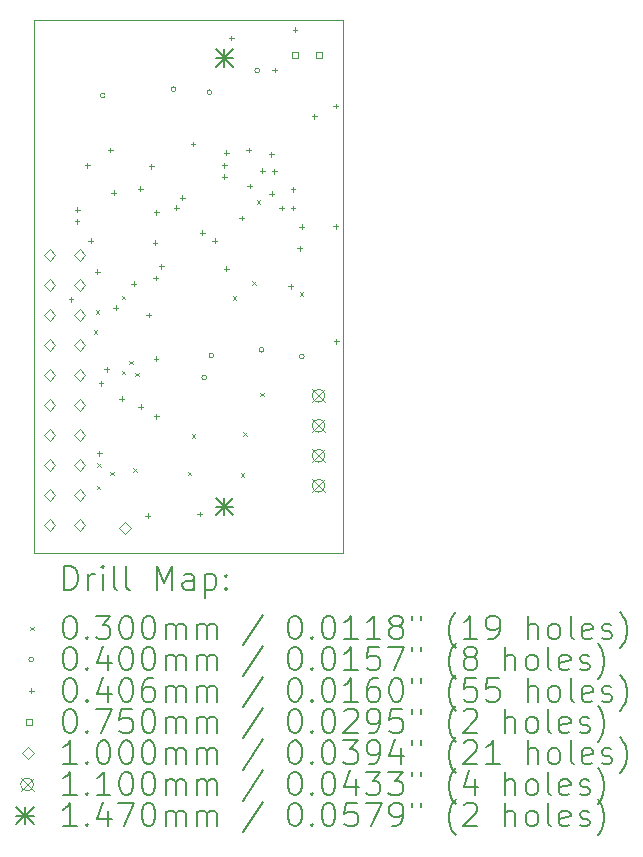
<source format=gbr>
%TF.GenerationSoftware,KiCad,Pcbnew,8.0.9-8.0.9-0~ubuntu24.04.1*%
%TF.CreationDate,2025-10-19T20:56:58+02:00*%
%TF.ProjectId,MySMotherboard,4d79534d-6f74-4686-9572-626f6172642e,1.4*%
%TF.SameCoordinates,Original*%
%TF.FileFunction,Drillmap*%
%TF.FilePolarity,Positive*%
%FSLAX45Y45*%
G04 Gerber Fmt 4.5, Leading zero omitted, Abs format (unit mm)*
G04 Created by KiCad (PCBNEW 8.0.9-8.0.9-0~ubuntu24.04.1) date 2025-10-19 20:56:58*
%MOMM*%
%LPD*%
G01*
G04 APERTURE LIST*
%ADD10C,0.050000*%
%ADD11C,0.200000*%
%ADD12C,0.100000*%
%ADD13C,0.110000*%
%ADD14C,0.147000*%
G04 APERTURE END LIST*
D10*
X13542010Y-8246910D02*
X13542010Y-12753810D01*
X16158210Y-12753810D02*
X16158210Y-8246910D01*
X16158210Y-8246910D02*
X13542010Y-8246910D01*
X13542010Y-12754000D02*
X16158210Y-12754000D01*
D11*
D12*
X14050000Y-10870000D02*
X14080000Y-10900000D01*
X14080000Y-10870000D02*
X14050000Y-10900000D01*
X14067500Y-10700000D02*
X14097500Y-10730000D01*
X14097500Y-10700000D02*
X14067500Y-10730000D01*
X14075000Y-12187500D02*
X14105000Y-12217500D01*
X14105000Y-12187500D02*
X14075000Y-12217500D01*
X14080000Y-11997500D02*
X14110000Y-12027500D01*
X14110000Y-11997500D02*
X14080000Y-12027500D01*
X14187500Y-12067500D02*
X14217500Y-12097500D01*
X14217500Y-12067500D02*
X14187500Y-12097500D01*
X14285000Y-10577500D02*
X14315000Y-10607500D01*
X14315000Y-10577500D02*
X14285000Y-10607500D01*
X14287500Y-11212500D02*
X14317500Y-11242500D01*
X14317500Y-11212500D02*
X14287500Y-11242500D01*
X14350000Y-11127500D02*
X14380000Y-11157500D01*
X14380000Y-11127500D02*
X14350000Y-11157500D01*
X14382500Y-12040000D02*
X14412500Y-12070000D01*
X14412500Y-12040000D02*
X14382500Y-12070000D01*
X14402500Y-11232500D02*
X14432500Y-11262500D01*
X14432500Y-11232500D02*
X14402500Y-11262500D01*
X14845000Y-12067500D02*
X14875000Y-12097500D01*
X14875000Y-12067500D02*
X14845000Y-12097500D01*
X14880000Y-11750000D02*
X14910000Y-11780000D01*
X14910000Y-11750000D02*
X14880000Y-11780000D01*
X15227500Y-10585000D02*
X15257500Y-10615000D01*
X15257500Y-10585000D02*
X15227500Y-10615000D01*
X15292500Y-12082500D02*
X15322500Y-12112500D01*
X15322500Y-12082500D02*
X15292500Y-12112500D01*
X15312500Y-11732500D02*
X15342500Y-11762500D01*
X15342500Y-11732500D02*
X15312500Y-11762500D01*
X15392740Y-10457500D02*
X15422740Y-10487500D01*
X15422740Y-10457500D02*
X15392740Y-10487500D01*
X15430000Y-9770000D02*
X15460000Y-9800000D01*
X15460000Y-9770000D02*
X15430000Y-9800000D01*
X15457500Y-11400000D02*
X15487500Y-11430000D01*
X15487500Y-11400000D02*
X15457500Y-11430000D01*
X15792500Y-10547500D02*
X15822500Y-10577500D01*
X15822500Y-10547500D02*
X15792500Y-10577500D01*
X14145000Y-8885000D02*
G75*
G02*
X14105000Y-8885000I-20000J0D01*
G01*
X14105000Y-8885000D02*
G75*
G02*
X14145000Y-8885000I20000J0D01*
G01*
X14745000Y-8830000D02*
G75*
G02*
X14705000Y-8830000I-20000J0D01*
G01*
X14705000Y-8830000D02*
G75*
G02*
X14745000Y-8830000I20000J0D01*
G01*
X15004760Y-11272740D02*
G75*
G02*
X14964760Y-11272740I-20000J0D01*
G01*
X14964760Y-11272740D02*
G75*
G02*
X15004760Y-11272740I20000J0D01*
G01*
X15047500Y-8855000D02*
G75*
G02*
X15007500Y-8855000I-20000J0D01*
G01*
X15007500Y-8855000D02*
G75*
G02*
X15047500Y-8855000I20000J0D01*
G01*
X15065000Y-11085000D02*
G75*
G02*
X15025000Y-11085000I-20000J0D01*
G01*
X15025000Y-11085000D02*
G75*
G02*
X15065000Y-11085000I20000J0D01*
G01*
X15452500Y-8672500D02*
G75*
G02*
X15412500Y-8672500I-20000J0D01*
G01*
X15412500Y-8672500D02*
G75*
G02*
X15452500Y-8672500I20000J0D01*
G01*
X15490000Y-11037500D02*
G75*
G02*
X15450000Y-11037500I-20000J0D01*
G01*
X15450000Y-11037500D02*
G75*
G02*
X15490000Y-11037500I20000J0D01*
G01*
X15831030Y-11093530D02*
G75*
G02*
X15791030Y-11093530I-20000J0D01*
G01*
X15791030Y-11093530D02*
G75*
G02*
X15831030Y-11093530I20000J0D01*
G01*
X13856970Y-10587266D02*
X13856970Y-10627906D01*
X13836650Y-10607586D02*
X13877290Y-10607586D01*
X13907770Y-9926866D02*
X13907770Y-9967506D01*
X13887450Y-9947186D02*
X13928090Y-9947186D01*
X13909802Y-9829330D02*
X13909802Y-9869970D01*
X13889482Y-9849650D02*
X13930122Y-9849650D01*
X13995146Y-9455442D02*
X13995146Y-9496082D01*
X13974826Y-9475762D02*
X14015466Y-9475762D01*
X14023594Y-10093490D02*
X14023594Y-10134130D01*
X14003274Y-10113810D02*
X14043914Y-10113810D01*
X14078458Y-10355618D02*
X14078458Y-10396258D01*
X14058138Y-10375938D02*
X14098778Y-10375938D01*
X14096746Y-11891810D02*
X14096746Y-11932450D01*
X14076426Y-11912130D02*
X14117066Y-11912130D01*
X14110970Y-11298466D02*
X14110970Y-11339106D01*
X14090650Y-11318786D02*
X14131290Y-11318786D01*
X14159738Y-11182642D02*
X14159738Y-11223282D01*
X14139418Y-11202962D02*
X14180058Y-11202962D01*
X14190218Y-9325394D02*
X14190218Y-9366034D01*
X14169898Y-9345714D02*
X14210538Y-9345714D01*
X14216634Y-9687090D02*
X14216634Y-9727730D01*
X14196314Y-9707410D02*
X14236954Y-9707410D01*
X14235527Y-10660207D02*
X14235527Y-10700847D01*
X14215207Y-10680527D02*
X14255847Y-10680527D01*
X14285000Y-11432180D02*
X14285000Y-11472820D01*
X14264680Y-11452500D02*
X14305320Y-11452500D01*
X14387322Y-10457218D02*
X14387322Y-10497858D01*
X14367002Y-10477538D02*
X14407642Y-10477538D01*
X14442186Y-9652546D02*
X14442186Y-9693186D01*
X14421866Y-9672866D02*
X14462506Y-9672866D01*
X14445840Y-11497602D02*
X14445840Y-11538242D01*
X14425520Y-11517922D02*
X14466160Y-11517922D01*
X14505178Y-12420130D02*
X14505178Y-12460770D01*
X14484858Y-12440450D02*
X14525498Y-12440450D01*
X14514160Y-10722533D02*
X14514160Y-10763173D01*
X14493840Y-10742853D02*
X14534480Y-10742853D01*
X14535658Y-9461538D02*
X14535658Y-9502178D01*
X14515338Y-9481858D02*
X14555978Y-9481858D01*
X14568170Y-10109746D02*
X14568170Y-10150386D01*
X14547850Y-10130066D02*
X14588490Y-10130066D01*
X14572234Y-10408450D02*
X14572234Y-10449090D01*
X14551914Y-10428770D02*
X14592554Y-10428770D01*
X14575640Y-11092802D02*
X14575640Y-11133442D01*
X14555320Y-11113122D02*
X14595960Y-11113122D01*
X14579149Y-11578919D02*
X14579149Y-11619559D01*
X14558829Y-11599239D02*
X14599469Y-11599239D01*
X14580362Y-9851682D02*
X14580362Y-9892322D01*
X14560042Y-9872002D02*
X14600682Y-9872002D01*
X14621002Y-10308882D02*
X14621002Y-10349522D01*
X14600682Y-10329202D02*
X14641322Y-10329202D01*
X14746986Y-9813074D02*
X14746986Y-9853714D01*
X14726666Y-9833394D02*
X14767306Y-9833394D01*
X14799818Y-9727730D02*
X14799818Y-9768370D01*
X14779498Y-9748050D02*
X14820138Y-9748050D01*
X14890000Y-9274594D02*
X14890000Y-9315234D01*
X14869680Y-9294914D02*
X14910320Y-9294914D01*
X14945000Y-12407180D02*
X14945000Y-12447820D01*
X14924680Y-12427500D02*
X14965320Y-12427500D01*
X14968474Y-10026434D02*
X14968474Y-10067074D01*
X14948154Y-10046754D02*
X14988794Y-10046754D01*
X15072106Y-10091458D02*
X15072106Y-10132098D01*
X15051786Y-10111778D02*
X15092426Y-10111778D01*
X15155418Y-9453410D02*
X15155418Y-9494050D01*
X15135098Y-9473730D02*
X15175738Y-9473730D01*
X15155418Y-9550946D02*
X15155418Y-9591586D01*
X15135098Y-9571266D02*
X15175738Y-9571266D01*
X15170000Y-9348254D02*
X15170000Y-9388894D01*
X15149680Y-9368574D02*
X15190320Y-9368574D01*
X15171674Y-10331234D02*
X15171674Y-10371874D01*
X15151354Y-10351554D02*
X15191994Y-10351554D01*
X15212314Y-8376450D02*
X15212314Y-8417090D01*
X15191994Y-8396770D02*
X15232634Y-8396770D01*
X15301722Y-9900450D02*
X15301722Y-9941090D01*
X15281402Y-9920770D02*
X15322042Y-9920770D01*
X15362682Y-9325394D02*
X15362682Y-9366034D01*
X15342362Y-9345714D02*
X15383002Y-9345714D01*
X15370810Y-9630194D02*
X15370810Y-9670834D01*
X15350490Y-9650514D02*
X15391130Y-9650514D01*
X15476474Y-9500146D02*
X15476474Y-9540786D01*
X15456154Y-9520466D02*
X15496794Y-9520466D01*
X15553690Y-9361970D02*
X15553690Y-9402610D01*
X15533370Y-9382290D02*
X15574010Y-9382290D01*
X15556986Y-9693266D02*
X15556986Y-9733906D01*
X15536666Y-9713586D02*
X15577306Y-9713586D01*
X15578074Y-9504210D02*
X15578074Y-9544850D01*
X15557754Y-9524530D02*
X15598394Y-9524530D01*
X15580106Y-8646706D02*
X15580106Y-8687346D01*
X15559786Y-8667026D02*
X15600426Y-8667026D01*
X15639034Y-9815106D02*
X15639034Y-9855746D01*
X15618714Y-9835426D02*
X15659354Y-9835426D01*
X15718282Y-10477538D02*
X15718282Y-10518178D01*
X15697962Y-10497858D02*
X15738602Y-10497858D01*
X15736570Y-9658642D02*
X15736570Y-9699282D01*
X15716250Y-9678962D02*
X15756890Y-9678962D01*
X15736570Y-9815106D02*
X15736570Y-9855746D01*
X15716250Y-9835426D02*
X15756890Y-9835426D01*
X15752826Y-8305330D02*
X15752826Y-8345970D01*
X15732506Y-8325650D02*
X15773146Y-8325650D01*
X15791434Y-10158514D02*
X15791434Y-10199154D01*
X15771114Y-10178834D02*
X15811754Y-10178834D01*
X15809722Y-9973602D02*
X15809722Y-10014242D01*
X15789402Y-9993922D02*
X15830042Y-9993922D01*
X15917418Y-9038882D02*
X15917418Y-9079522D01*
X15897098Y-9059202D02*
X15937738Y-9059202D01*
X16098266Y-9971570D02*
X16098266Y-10012210D01*
X16077946Y-9991890D02*
X16118586Y-9991890D01*
X16098266Y-8952180D02*
X16098266Y-8992820D01*
X16077946Y-8972500D02*
X16118586Y-8972500D01*
X16101557Y-10943233D02*
X16101557Y-10983873D01*
X16081237Y-10963553D02*
X16121877Y-10963553D01*
X15781517Y-8569017D02*
X15781517Y-8515983D01*
X15728483Y-8515983D01*
X15728483Y-8569017D01*
X15781517Y-8569017D01*
X15981517Y-8569017D02*
X15981517Y-8515983D01*
X15928483Y-8515983D01*
X15928483Y-8569017D01*
X15981517Y-8569017D01*
X13675000Y-10285000D02*
X13725000Y-10235000D01*
X13675000Y-10185000D01*
X13625000Y-10235000D01*
X13675000Y-10285000D01*
X13675000Y-10539000D02*
X13725000Y-10489000D01*
X13675000Y-10439000D01*
X13625000Y-10489000D01*
X13675000Y-10539000D01*
X13675000Y-10793000D02*
X13725000Y-10743000D01*
X13675000Y-10693000D01*
X13625000Y-10743000D01*
X13675000Y-10793000D01*
X13675000Y-11047000D02*
X13725000Y-10997000D01*
X13675000Y-10947000D01*
X13625000Y-10997000D01*
X13675000Y-11047000D01*
X13675000Y-11301000D02*
X13725000Y-11251000D01*
X13675000Y-11201000D01*
X13625000Y-11251000D01*
X13675000Y-11301000D01*
X13675000Y-11555000D02*
X13725000Y-11505000D01*
X13675000Y-11455000D01*
X13625000Y-11505000D01*
X13675000Y-11555000D01*
X13675000Y-11809000D02*
X13725000Y-11759000D01*
X13675000Y-11709000D01*
X13625000Y-11759000D01*
X13675000Y-11809000D01*
X13675000Y-12063000D02*
X13725000Y-12013000D01*
X13675000Y-11963000D01*
X13625000Y-12013000D01*
X13675000Y-12063000D01*
X13675000Y-12317000D02*
X13725000Y-12267000D01*
X13675000Y-12217000D01*
X13625000Y-12267000D01*
X13675000Y-12317000D01*
X13675000Y-12571000D02*
X13725000Y-12521000D01*
X13675000Y-12471000D01*
X13625000Y-12521000D01*
X13675000Y-12571000D01*
X13929000Y-10285000D02*
X13979000Y-10235000D01*
X13929000Y-10185000D01*
X13879000Y-10235000D01*
X13929000Y-10285000D01*
X13929000Y-10539000D02*
X13979000Y-10489000D01*
X13929000Y-10439000D01*
X13879000Y-10489000D01*
X13929000Y-10539000D01*
X13929000Y-10793000D02*
X13979000Y-10743000D01*
X13929000Y-10693000D01*
X13879000Y-10743000D01*
X13929000Y-10793000D01*
X13929000Y-11047000D02*
X13979000Y-10997000D01*
X13929000Y-10947000D01*
X13879000Y-10997000D01*
X13929000Y-11047000D01*
X13929000Y-11301000D02*
X13979000Y-11251000D01*
X13929000Y-11201000D01*
X13879000Y-11251000D01*
X13929000Y-11301000D01*
X13929000Y-11555000D02*
X13979000Y-11505000D01*
X13929000Y-11455000D01*
X13879000Y-11505000D01*
X13929000Y-11555000D01*
X13929000Y-11809000D02*
X13979000Y-11759000D01*
X13929000Y-11709000D01*
X13879000Y-11759000D01*
X13929000Y-11809000D01*
X13929000Y-12063000D02*
X13979000Y-12013000D01*
X13929000Y-11963000D01*
X13879000Y-12013000D01*
X13929000Y-12063000D01*
X13929000Y-12317000D02*
X13979000Y-12267000D01*
X13929000Y-12217000D01*
X13879000Y-12267000D01*
X13929000Y-12317000D01*
X13929000Y-12571000D02*
X13979000Y-12521000D01*
X13929000Y-12471000D01*
X13879000Y-12521000D01*
X13929000Y-12571000D01*
X14312500Y-12595000D02*
X14362500Y-12545000D01*
X14312500Y-12495000D01*
X14262500Y-12545000D01*
X14312500Y-12595000D01*
D13*
X15897500Y-11371000D02*
X16007500Y-11481000D01*
X16007500Y-11371000D02*
X15897500Y-11481000D01*
X16007500Y-11426000D02*
G75*
G02*
X15897500Y-11426000I-55000J0D01*
G01*
X15897500Y-11426000D02*
G75*
G02*
X16007500Y-11426000I55000J0D01*
G01*
X15897500Y-11625000D02*
X16007500Y-11735000D01*
X16007500Y-11625000D02*
X15897500Y-11735000D01*
X16007500Y-11680000D02*
G75*
G02*
X15897500Y-11680000I-55000J0D01*
G01*
X15897500Y-11680000D02*
G75*
G02*
X16007500Y-11680000I55000J0D01*
G01*
X15897500Y-11879000D02*
X16007500Y-11989000D01*
X16007500Y-11879000D02*
X15897500Y-11989000D01*
X16007500Y-11934000D02*
G75*
G02*
X15897500Y-11934000I-55000J0D01*
G01*
X15897500Y-11934000D02*
G75*
G02*
X16007500Y-11934000I55000J0D01*
G01*
X15897500Y-12133000D02*
X16007500Y-12243000D01*
X16007500Y-12133000D02*
X15897500Y-12243000D01*
X16007500Y-12188000D02*
G75*
G02*
X15897500Y-12188000I-55000J0D01*
G01*
X15897500Y-12188000D02*
G75*
G02*
X16007500Y-12188000I55000J0D01*
G01*
D14*
X15081500Y-8494000D02*
X15228500Y-8641000D01*
X15228500Y-8494000D02*
X15081500Y-8641000D01*
X15155000Y-8494000D02*
X15155000Y-8641000D01*
X15081500Y-8567500D02*
X15228500Y-8567500D01*
X15081500Y-12291000D02*
X15228500Y-12438000D01*
X15228500Y-12291000D02*
X15081500Y-12438000D01*
X15155000Y-12291000D02*
X15155000Y-12438000D01*
X15081500Y-12364500D02*
X15228500Y-12364500D01*
D11*
X13800287Y-13067984D02*
X13800287Y-12867984D01*
X13800287Y-12867984D02*
X13847906Y-12867984D01*
X13847906Y-12867984D02*
X13876477Y-12877508D01*
X13876477Y-12877508D02*
X13895525Y-12896555D01*
X13895525Y-12896555D02*
X13905049Y-12915603D01*
X13905049Y-12915603D02*
X13914572Y-12953698D01*
X13914572Y-12953698D02*
X13914572Y-12982269D01*
X13914572Y-12982269D02*
X13905049Y-13020365D01*
X13905049Y-13020365D02*
X13895525Y-13039412D01*
X13895525Y-13039412D02*
X13876477Y-13058460D01*
X13876477Y-13058460D02*
X13847906Y-13067984D01*
X13847906Y-13067984D02*
X13800287Y-13067984D01*
X14000287Y-13067984D02*
X14000287Y-12934650D01*
X14000287Y-12972746D02*
X14009811Y-12953698D01*
X14009811Y-12953698D02*
X14019334Y-12944174D01*
X14019334Y-12944174D02*
X14038382Y-12934650D01*
X14038382Y-12934650D02*
X14057430Y-12934650D01*
X14124096Y-13067984D02*
X14124096Y-12934650D01*
X14124096Y-12867984D02*
X14114572Y-12877508D01*
X14114572Y-12877508D02*
X14124096Y-12887031D01*
X14124096Y-12887031D02*
X14133620Y-12877508D01*
X14133620Y-12877508D02*
X14124096Y-12867984D01*
X14124096Y-12867984D02*
X14124096Y-12887031D01*
X14247906Y-13067984D02*
X14228858Y-13058460D01*
X14228858Y-13058460D02*
X14219334Y-13039412D01*
X14219334Y-13039412D02*
X14219334Y-12867984D01*
X14352668Y-13067984D02*
X14333620Y-13058460D01*
X14333620Y-13058460D02*
X14324096Y-13039412D01*
X14324096Y-13039412D02*
X14324096Y-12867984D01*
X14581239Y-13067984D02*
X14581239Y-12867984D01*
X14581239Y-12867984D02*
X14647906Y-13010841D01*
X14647906Y-13010841D02*
X14714572Y-12867984D01*
X14714572Y-12867984D02*
X14714572Y-13067984D01*
X14895525Y-13067984D02*
X14895525Y-12963222D01*
X14895525Y-12963222D02*
X14886001Y-12944174D01*
X14886001Y-12944174D02*
X14866953Y-12934650D01*
X14866953Y-12934650D02*
X14828858Y-12934650D01*
X14828858Y-12934650D02*
X14809811Y-12944174D01*
X14895525Y-13058460D02*
X14876477Y-13067984D01*
X14876477Y-13067984D02*
X14828858Y-13067984D01*
X14828858Y-13067984D02*
X14809811Y-13058460D01*
X14809811Y-13058460D02*
X14800287Y-13039412D01*
X14800287Y-13039412D02*
X14800287Y-13020365D01*
X14800287Y-13020365D02*
X14809811Y-13001317D01*
X14809811Y-13001317D02*
X14828858Y-12991793D01*
X14828858Y-12991793D02*
X14876477Y-12991793D01*
X14876477Y-12991793D02*
X14895525Y-12982269D01*
X14990763Y-12934650D02*
X14990763Y-13134650D01*
X14990763Y-12944174D02*
X15009811Y-12934650D01*
X15009811Y-12934650D02*
X15047906Y-12934650D01*
X15047906Y-12934650D02*
X15066953Y-12944174D01*
X15066953Y-12944174D02*
X15076477Y-12953698D01*
X15076477Y-12953698D02*
X15086001Y-12972746D01*
X15086001Y-12972746D02*
X15086001Y-13029888D01*
X15086001Y-13029888D02*
X15076477Y-13048936D01*
X15076477Y-13048936D02*
X15066953Y-13058460D01*
X15066953Y-13058460D02*
X15047906Y-13067984D01*
X15047906Y-13067984D02*
X15009811Y-13067984D01*
X15009811Y-13067984D02*
X14990763Y-13058460D01*
X15171715Y-13048936D02*
X15181239Y-13058460D01*
X15181239Y-13058460D02*
X15171715Y-13067984D01*
X15171715Y-13067984D02*
X15162192Y-13058460D01*
X15162192Y-13058460D02*
X15171715Y-13048936D01*
X15171715Y-13048936D02*
X15171715Y-13067984D01*
X15171715Y-12944174D02*
X15181239Y-12953698D01*
X15181239Y-12953698D02*
X15171715Y-12963222D01*
X15171715Y-12963222D02*
X15162192Y-12953698D01*
X15162192Y-12953698D02*
X15171715Y-12944174D01*
X15171715Y-12944174D02*
X15171715Y-12963222D01*
D12*
X13509510Y-13381500D02*
X13539510Y-13411500D01*
X13539510Y-13381500D02*
X13509510Y-13411500D01*
D11*
X13838382Y-13287984D02*
X13857430Y-13287984D01*
X13857430Y-13287984D02*
X13876477Y-13297508D01*
X13876477Y-13297508D02*
X13886001Y-13307031D01*
X13886001Y-13307031D02*
X13895525Y-13326079D01*
X13895525Y-13326079D02*
X13905049Y-13364174D01*
X13905049Y-13364174D02*
X13905049Y-13411793D01*
X13905049Y-13411793D02*
X13895525Y-13449888D01*
X13895525Y-13449888D02*
X13886001Y-13468936D01*
X13886001Y-13468936D02*
X13876477Y-13478460D01*
X13876477Y-13478460D02*
X13857430Y-13487984D01*
X13857430Y-13487984D02*
X13838382Y-13487984D01*
X13838382Y-13487984D02*
X13819334Y-13478460D01*
X13819334Y-13478460D02*
X13809811Y-13468936D01*
X13809811Y-13468936D02*
X13800287Y-13449888D01*
X13800287Y-13449888D02*
X13790763Y-13411793D01*
X13790763Y-13411793D02*
X13790763Y-13364174D01*
X13790763Y-13364174D02*
X13800287Y-13326079D01*
X13800287Y-13326079D02*
X13809811Y-13307031D01*
X13809811Y-13307031D02*
X13819334Y-13297508D01*
X13819334Y-13297508D02*
X13838382Y-13287984D01*
X13990763Y-13468936D02*
X14000287Y-13478460D01*
X14000287Y-13478460D02*
X13990763Y-13487984D01*
X13990763Y-13487984D02*
X13981239Y-13478460D01*
X13981239Y-13478460D02*
X13990763Y-13468936D01*
X13990763Y-13468936D02*
X13990763Y-13487984D01*
X14066953Y-13287984D02*
X14190763Y-13287984D01*
X14190763Y-13287984D02*
X14124096Y-13364174D01*
X14124096Y-13364174D02*
X14152668Y-13364174D01*
X14152668Y-13364174D02*
X14171715Y-13373698D01*
X14171715Y-13373698D02*
X14181239Y-13383222D01*
X14181239Y-13383222D02*
X14190763Y-13402269D01*
X14190763Y-13402269D02*
X14190763Y-13449888D01*
X14190763Y-13449888D02*
X14181239Y-13468936D01*
X14181239Y-13468936D02*
X14171715Y-13478460D01*
X14171715Y-13478460D02*
X14152668Y-13487984D01*
X14152668Y-13487984D02*
X14095525Y-13487984D01*
X14095525Y-13487984D02*
X14076477Y-13478460D01*
X14076477Y-13478460D02*
X14066953Y-13468936D01*
X14314572Y-13287984D02*
X14333620Y-13287984D01*
X14333620Y-13287984D02*
X14352668Y-13297508D01*
X14352668Y-13297508D02*
X14362192Y-13307031D01*
X14362192Y-13307031D02*
X14371715Y-13326079D01*
X14371715Y-13326079D02*
X14381239Y-13364174D01*
X14381239Y-13364174D02*
X14381239Y-13411793D01*
X14381239Y-13411793D02*
X14371715Y-13449888D01*
X14371715Y-13449888D02*
X14362192Y-13468936D01*
X14362192Y-13468936D02*
X14352668Y-13478460D01*
X14352668Y-13478460D02*
X14333620Y-13487984D01*
X14333620Y-13487984D02*
X14314572Y-13487984D01*
X14314572Y-13487984D02*
X14295525Y-13478460D01*
X14295525Y-13478460D02*
X14286001Y-13468936D01*
X14286001Y-13468936D02*
X14276477Y-13449888D01*
X14276477Y-13449888D02*
X14266953Y-13411793D01*
X14266953Y-13411793D02*
X14266953Y-13364174D01*
X14266953Y-13364174D02*
X14276477Y-13326079D01*
X14276477Y-13326079D02*
X14286001Y-13307031D01*
X14286001Y-13307031D02*
X14295525Y-13297508D01*
X14295525Y-13297508D02*
X14314572Y-13287984D01*
X14505049Y-13287984D02*
X14524096Y-13287984D01*
X14524096Y-13287984D02*
X14543144Y-13297508D01*
X14543144Y-13297508D02*
X14552668Y-13307031D01*
X14552668Y-13307031D02*
X14562192Y-13326079D01*
X14562192Y-13326079D02*
X14571715Y-13364174D01*
X14571715Y-13364174D02*
X14571715Y-13411793D01*
X14571715Y-13411793D02*
X14562192Y-13449888D01*
X14562192Y-13449888D02*
X14552668Y-13468936D01*
X14552668Y-13468936D02*
X14543144Y-13478460D01*
X14543144Y-13478460D02*
X14524096Y-13487984D01*
X14524096Y-13487984D02*
X14505049Y-13487984D01*
X14505049Y-13487984D02*
X14486001Y-13478460D01*
X14486001Y-13478460D02*
X14476477Y-13468936D01*
X14476477Y-13468936D02*
X14466953Y-13449888D01*
X14466953Y-13449888D02*
X14457430Y-13411793D01*
X14457430Y-13411793D02*
X14457430Y-13364174D01*
X14457430Y-13364174D02*
X14466953Y-13326079D01*
X14466953Y-13326079D02*
X14476477Y-13307031D01*
X14476477Y-13307031D02*
X14486001Y-13297508D01*
X14486001Y-13297508D02*
X14505049Y-13287984D01*
X14657430Y-13487984D02*
X14657430Y-13354650D01*
X14657430Y-13373698D02*
X14666953Y-13364174D01*
X14666953Y-13364174D02*
X14686001Y-13354650D01*
X14686001Y-13354650D02*
X14714573Y-13354650D01*
X14714573Y-13354650D02*
X14733620Y-13364174D01*
X14733620Y-13364174D02*
X14743144Y-13383222D01*
X14743144Y-13383222D02*
X14743144Y-13487984D01*
X14743144Y-13383222D02*
X14752668Y-13364174D01*
X14752668Y-13364174D02*
X14771715Y-13354650D01*
X14771715Y-13354650D02*
X14800287Y-13354650D01*
X14800287Y-13354650D02*
X14819334Y-13364174D01*
X14819334Y-13364174D02*
X14828858Y-13383222D01*
X14828858Y-13383222D02*
X14828858Y-13487984D01*
X14924096Y-13487984D02*
X14924096Y-13354650D01*
X14924096Y-13373698D02*
X14933620Y-13364174D01*
X14933620Y-13364174D02*
X14952668Y-13354650D01*
X14952668Y-13354650D02*
X14981239Y-13354650D01*
X14981239Y-13354650D02*
X15000287Y-13364174D01*
X15000287Y-13364174D02*
X15009811Y-13383222D01*
X15009811Y-13383222D02*
X15009811Y-13487984D01*
X15009811Y-13383222D02*
X15019334Y-13364174D01*
X15019334Y-13364174D02*
X15038382Y-13354650D01*
X15038382Y-13354650D02*
X15066953Y-13354650D01*
X15066953Y-13354650D02*
X15086001Y-13364174D01*
X15086001Y-13364174D02*
X15095525Y-13383222D01*
X15095525Y-13383222D02*
X15095525Y-13487984D01*
X15486001Y-13278460D02*
X15314573Y-13535603D01*
X15743144Y-13287984D02*
X15762192Y-13287984D01*
X15762192Y-13287984D02*
X15781239Y-13297508D01*
X15781239Y-13297508D02*
X15790763Y-13307031D01*
X15790763Y-13307031D02*
X15800287Y-13326079D01*
X15800287Y-13326079D02*
X15809811Y-13364174D01*
X15809811Y-13364174D02*
X15809811Y-13411793D01*
X15809811Y-13411793D02*
X15800287Y-13449888D01*
X15800287Y-13449888D02*
X15790763Y-13468936D01*
X15790763Y-13468936D02*
X15781239Y-13478460D01*
X15781239Y-13478460D02*
X15762192Y-13487984D01*
X15762192Y-13487984D02*
X15743144Y-13487984D01*
X15743144Y-13487984D02*
X15724096Y-13478460D01*
X15724096Y-13478460D02*
X15714573Y-13468936D01*
X15714573Y-13468936D02*
X15705049Y-13449888D01*
X15705049Y-13449888D02*
X15695525Y-13411793D01*
X15695525Y-13411793D02*
X15695525Y-13364174D01*
X15695525Y-13364174D02*
X15705049Y-13326079D01*
X15705049Y-13326079D02*
X15714573Y-13307031D01*
X15714573Y-13307031D02*
X15724096Y-13297508D01*
X15724096Y-13297508D02*
X15743144Y-13287984D01*
X15895525Y-13468936D02*
X15905049Y-13478460D01*
X15905049Y-13478460D02*
X15895525Y-13487984D01*
X15895525Y-13487984D02*
X15886001Y-13478460D01*
X15886001Y-13478460D02*
X15895525Y-13468936D01*
X15895525Y-13468936D02*
X15895525Y-13487984D01*
X16028858Y-13287984D02*
X16047906Y-13287984D01*
X16047906Y-13287984D02*
X16066954Y-13297508D01*
X16066954Y-13297508D02*
X16076477Y-13307031D01*
X16076477Y-13307031D02*
X16086001Y-13326079D01*
X16086001Y-13326079D02*
X16095525Y-13364174D01*
X16095525Y-13364174D02*
X16095525Y-13411793D01*
X16095525Y-13411793D02*
X16086001Y-13449888D01*
X16086001Y-13449888D02*
X16076477Y-13468936D01*
X16076477Y-13468936D02*
X16066954Y-13478460D01*
X16066954Y-13478460D02*
X16047906Y-13487984D01*
X16047906Y-13487984D02*
X16028858Y-13487984D01*
X16028858Y-13487984D02*
X16009811Y-13478460D01*
X16009811Y-13478460D02*
X16000287Y-13468936D01*
X16000287Y-13468936D02*
X15990763Y-13449888D01*
X15990763Y-13449888D02*
X15981239Y-13411793D01*
X15981239Y-13411793D02*
X15981239Y-13364174D01*
X15981239Y-13364174D02*
X15990763Y-13326079D01*
X15990763Y-13326079D02*
X16000287Y-13307031D01*
X16000287Y-13307031D02*
X16009811Y-13297508D01*
X16009811Y-13297508D02*
X16028858Y-13287984D01*
X16286001Y-13487984D02*
X16171716Y-13487984D01*
X16228858Y-13487984D02*
X16228858Y-13287984D01*
X16228858Y-13287984D02*
X16209811Y-13316555D01*
X16209811Y-13316555D02*
X16190763Y-13335603D01*
X16190763Y-13335603D02*
X16171716Y-13345127D01*
X16476477Y-13487984D02*
X16362192Y-13487984D01*
X16419335Y-13487984D02*
X16419335Y-13287984D01*
X16419335Y-13287984D02*
X16400287Y-13316555D01*
X16400287Y-13316555D02*
X16381239Y-13335603D01*
X16381239Y-13335603D02*
X16362192Y-13345127D01*
X16590763Y-13373698D02*
X16571716Y-13364174D01*
X16571716Y-13364174D02*
X16562192Y-13354650D01*
X16562192Y-13354650D02*
X16552668Y-13335603D01*
X16552668Y-13335603D02*
X16552668Y-13326079D01*
X16552668Y-13326079D02*
X16562192Y-13307031D01*
X16562192Y-13307031D02*
X16571716Y-13297508D01*
X16571716Y-13297508D02*
X16590763Y-13287984D01*
X16590763Y-13287984D02*
X16628858Y-13287984D01*
X16628858Y-13287984D02*
X16647906Y-13297508D01*
X16647906Y-13297508D02*
X16657430Y-13307031D01*
X16657430Y-13307031D02*
X16666954Y-13326079D01*
X16666954Y-13326079D02*
X16666954Y-13335603D01*
X16666954Y-13335603D02*
X16657430Y-13354650D01*
X16657430Y-13354650D02*
X16647906Y-13364174D01*
X16647906Y-13364174D02*
X16628858Y-13373698D01*
X16628858Y-13373698D02*
X16590763Y-13373698D01*
X16590763Y-13373698D02*
X16571716Y-13383222D01*
X16571716Y-13383222D02*
X16562192Y-13392746D01*
X16562192Y-13392746D02*
X16552668Y-13411793D01*
X16552668Y-13411793D02*
X16552668Y-13449888D01*
X16552668Y-13449888D02*
X16562192Y-13468936D01*
X16562192Y-13468936D02*
X16571716Y-13478460D01*
X16571716Y-13478460D02*
X16590763Y-13487984D01*
X16590763Y-13487984D02*
X16628858Y-13487984D01*
X16628858Y-13487984D02*
X16647906Y-13478460D01*
X16647906Y-13478460D02*
X16657430Y-13468936D01*
X16657430Y-13468936D02*
X16666954Y-13449888D01*
X16666954Y-13449888D02*
X16666954Y-13411793D01*
X16666954Y-13411793D02*
X16657430Y-13392746D01*
X16657430Y-13392746D02*
X16647906Y-13383222D01*
X16647906Y-13383222D02*
X16628858Y-13373698D01*
X16743144Y-13287984D02*
X16743144Y-13326079D01*
X16819335Y-13287984D02*
X16819335Y-13326079D01*
X17114573Y-13564174D02*
X17105049Y-13554650D01*
X17105049Y-13554650D02*
X17086001Y-13526079D01*
X17086001Y-13526079D02*
X17076478Y-13507031D01*
X17076478Y-13507031D02*
X17066954Y-13478460D01*
X17066954Y-13478460D02*
X17057430Y-13430841D01*
X17057430Y-13430841D02*
X17057430Y-13392746D01*
X17057430Y-13392746D02*
X17066954Y-13345127D01*
X17066954Y-13345127D02*
X17076478Y-13316555D01*
X17076478Y-13316555D02*
X17086001Y-13297508D01*
X17086001Y-13297508D02*
X17105049Y-13268936D01*
X17105049Y-13268936D02*
X17114573Y-13259412D01*
X17295525Y-13487984D02*
X17181240Y-13487984D01*
X17238382Y-13487984D02*
X17238382Y-13287984D01*
X17238382Y-13287984D02*
X17219335Y-13316555D01*
X17219335Y-13316555D02*
X17200287Y-13335603D01*
X17200287Y-13335603D02*
X17181240Y-13345127D01*
X17390763Y-13487984D02*
X17428859Y-13487984D01*
X17428859Y-13487984D02*
X17447906Y-13478460D01*
X17447906Y-13478460D02*
X17457430Y-13468936D01*
X17457430Y-13468936D02*
X17476478Y-13440365D01*
X17476478Y-13440365D02*
X17486001Y-13402269D01*
X17486001Y-13402269D02*
X17486001Y-13326079D01*
X17486001Y-13326079D02*
X17476478Y-13307031D01*
X17476478Y-13307031D02*
X17466954Y-13297508D01*
X17466954Y-13297508D02*
X17447906Y-13287984D01*
X17447906Y-13287984D02*
X17409811Y-13287984D01*
X17409811Y-13287984D02*
X17390763Y-13297508D01*
X17390763Y-13297508D02*
X17381240Y-13307031D01*
X17381240Y-13307031D02*
X17371716Y-13326079D01*
X17371716Y-13326079D02*
X17371716Y-13373698D01*
X17371716Y-13373698D02*
X17381240Y-13392746D01*
X17381240Y-13392746D02*
X17390763Y-13402269D01*
X17390763Y-13402269D02*
X17409811Y-13411793D01*
X17409811Y-13411793D02*
X17447906Y-13411793D01*
X17447906Y-13411793D02*
X17466954Y-13402269D01*
X17466954Y-13402269D02*
X17476478Y-13392746D01*
X17476478Y-13392746D02*
X17486001Y-13373698D01*
X17724097Y-13487984D02*
X17724097Y-13287984D01*
X17809811Y-13487984D02*
X17809811Y-13383222D01*
X17809811Y-13383222D02*
X17800287Y-13364174D01*
X17800287Y-13364174D02*
X17781240Y-13354650D01*
X17781240Y-13354650D02*
X17752668Y-13354650D01*
X17752668Y-13354650D02*
X17733621Y-13364174D01*
X17733621Y-13364174D02*
X17724097Y-13373698D01*
X17933621Y-13487984D02*
X17914573Y-13478460D01*
X17914573Y-13478460D02*
X17905049Y-13468936D01*
X17905049Y-13468936D02*
X17895525Y-13449888D01*
X17895525Y-13449888D02*
X17895525Y-13392746D01*
X17895525Y-13392746D02*
X17905049Y-13373698D01*
X17905049Y-13373698D02*
X17914573Y-13364174D01*
X17914573Y-13364174D02*
X17933621Y-13354650D01*
X17933621Y-13354650D02*
X17962192Y-13354650D01*
X17962192Y-13354650D02*
X17981240Y-13364174D01*
X17981240Y-13364174D02*
X17990763Y-13373698D01*
X17990763Y-13373698D02*
X18000287Y-13392746D01*
X18000287Y-13392746D02*
X18000287Y-13449888D01*
X18000287Y-13449888D02*
X17990763Y-13468936D01*
X17990763Y-13468936D02*
X17981240Y-13478460D01*
X17981240Y-13478460D02*
X17962192Y-13487984D01*
X17962192Y-13487984D02*
X17933621Y-13487984D01*
X18114573Y-13487984D02*
X18095525Y-13478460D01*
X18095525Y-13478460D02*
X18086002Y-13459412D01*
X18086002Y-13459412D02*
X18086002Y-13287984D01*
X18266954Y-13478460D02*
X18247906Y-13487984D01*
X18247906Y-13487984D02*
X18209811Y-13487984D01*
X18209811Y-13487984D02*
X18190763Y-13478460D01*
X18190763Y-13478460D02*
X18181240Y-13459412D01*
X18181240Y-13459412D02*
X18181240Y-13383222D01*
X18181240Y-13383222D02*
X18190763Y-13364174D01*
X18190763Y-13364174D02*
X18209811Y-13354650D01*
X18209811Y-13354650D02*
X18247906Y-13354650D01*
X18247906Y-13354650D02*
X18266954Y-13364174D01*
X18266954Y-13364174D02*
X18276478Y-13383222D01*
X18276478Y-13383222D02*
X18276478Y-13402269D01*
X18276478Y-13402269D02*
X18181240Y-13421317D01*
X18352668Y-13478460D02*
X18371716Y-13487984D01*
X18371716Y-13487984D02*
X18409811Y-13487984D01*
X18409811Y-13487984D02*
X18428859Y-13478460D01*
X18428859Y-13478460D02*
X18438383Y-13459412D01*
X18438383Y-13459412D02*
X18438383Y-13449888D01*
X18438383Y-13449888D02*
X18428859Y-13430841D01*
X18428859Y-13430841D02*
X18409811Y-13421317D01*
X18409811Y-13421317D02*
X18381240Y-13421317D01*
X18381240Y-13421317D02*
X18362192Y-13411793D01*
X18362192Y-13411793D02*
X18352668Y-13392746D01*
X18352668Y-13392746D02*
X18352668Y-13383222D01*
X18352668Y-13383222D02*
X18362192Y-13364174D01*
X18362192Y-13364174D02*
X18381240Y-13354650D01*
X18381240Y-13354650D02*
X18409811Y-13354650D01*
X18409811Y-13354650D02*
X18428859Y-13364174D01*
X18505049Y-13564174D02*
X18514573Y-13554650D01*
X18514573Y-13554650D02*
X18533621Y-13526079D01*
X18533621Y-13526079D02*
X18543144Y-13507031D01*
X18543144Y-13507031D02*
X18552668Y-13478460D01*
X18552668Y-13478460D02*
X18562192Y-13430841D01*
X18562192Y-13430841D02*
X18562192Y-13392746D01*
X18562192Y-13392746D02*
X18552668Y-13345127D01*
X18552668Y-13345127D02*
X18543144Y-13316555D01*
X18543144Y-13316555D02*
X18533621Y-13297508D01*
X18533621Y-13297508D02*
X18514573Y-13268936D01*
X18514573Y-13268936D02*
X18505049Y-13259412D01*
D12*
X13539510Y-13660500D02*
G75*
G02*
X13499510Y-13660500I-20000J0D01*
G01*
X13499510Y-13660500D02*
G75*
G02*
X13539510Y-13660500I20000J0D01*
G01*
D11*
X13838382Y-13551984D02*
X13857430Y-13551984D01*
X13857430Y-13551984D02*
X13876477Y-13561508D01*
X13876477Y-13561508D02*
X13886001Y-13571031D01*
X13886001Y-13571031D02*
X13895525Y-13590079D01*
X13895525Y-13590079D02*
X13905049Y-13628174D01*
X13905049Y-13628174D02*
X13905049Y-13675793D01*
X13905049Y-13675793D02*
X13895525Y-13713888D01*
X13895525Y-13713888D02*
X13886001Y-13732936D01*
X13886001Y-13732936D02*
X13876477Y-13742460D01*
X13876477Y-13742460D02*
X13857430Y-13751984D01*
X13857430Y-13751984D02*
X13838382Y-13751984D01*
X13838382Y-13751984D02*
X13819334Y-13742460D01*
X13819334Y-13742460D02*
X13809811Y-13732936D01*
X13809811Y-13732936D02*
X13800287Y-13713888D01*
X13800287Y-13713888D02*
X13790763Y-13675793D01*
X13790763Y-13675793D02*
X13790763Y-13628174D01*
X13790763Y-13628174D02*
X13800287Y-13590079D01*
X13800287Y-13590079D02*
X13809811Y-13571031D01*
X13809811Y-13571031D02*
X13819334Y-13561508D01*
X13819334Y-13561508D02*
X13838382Y-13551984D01*
X13990763Y-13732936D02*
X14000287Y-13742460D01*
X14000287Y-13742460D02*
X13990763Y-13751984D01*
X13990763Y-13751984D02*
X13981239Y-13742460D01*
X13981239Y-13742460D02*
X13990763Y-13732936D01*
X13990763Y-13732936D02*
X13990763Y-13751984D01*
X14171715Y-13618650D02*
X14171715Y-13751984D01*
X14124096Y-13542460D02*
X14076477Y-13685317D01*
X14076477Y-13685317D02*
X14200287Y-13685317D01*
X14314572Y-13551984D02*
X14333620Y-13551984D01*
X14333620Y-13551984D02*
X14352668Y-13561508D01*
X14352668Y-13561508D02*
X14362192Y-13571031D01*
X14362192Y-13571031D02*
X14371715Y-13590079D01*
X14371715Y-13590079D02*
X14381239Y-13628174D01*
X14381239Y-13628174D02*
X14381239Y-13675793D01*
X14381239Y-13675793D02*
X14371715Y-13713888D01*
X14371715Y-13713888D02*
X14362192Y-13732936D01*
X14362192Y-13732936D02*
X14352668Y-13742460D01*
X14352668Y-13742460D02*
X14333620Y-13751984D01*
X14333620Y-13751984D02*
X14314572Y-13751984D01*
X14314572Y-13751984D02*
X14295525Y-13742460D01*
X14295525Y-13742460D02*
X14286001Y-13732936D01*
X14286001Y-13732936D02*
X14276477Y-13713888D01*
X14276477Y-13713888D02*
X14266953Y-13675793D01*
X14266953Y-13675793D02*
X14266953Y-13628174D01*
X14266953Y-13628174D02*
X14276477Y-13590079D01*
X14276477Y-13590079D02*
X14286001Y-13571031D01*
X14286001Y-13571031D02*
X14295525Y-13561508D01*
X14295525Y-13561508D02*
X14314572Y-13551984D01*
X14505049Y-13551984D02*
X14524096Y-13551984D01*
X14524096Y-13551984D02*
X14543144Y-13561508D01*
X14543144Y-13561508D02*
X14552668Y-13571031D01*
X14552668Y-13571031D02*
X14562192Y-13590079D01*
X14562192Y-13590079D02*
X14571715Y-13628174D01*
X14571715Y-13628174D02*
X14571715Y-13675793D01*
X14571715Y-13675793D02*
X14562192Y-13713888D01*
X14562192Y-13713888D02*
X14552668Y-13732936D01*
X14552668Y-13732936D02*
X14543144Y-13742460D01*
X14543144Y-13742460D02*
X14524096Y-13751984D01*
X14524096Y-13751984D02*
X14505049Y-13751984D01*
X14505049Y-13751984D02*
X14486001Y-13742460D01*
X14486001Y-13742460D02*
X14476477Y-13732936D01*
X14476477Y-13732936D02*
X14466953Y-13713888D01*
X14466953Y-13713888D02*
X14457430Y-13675793D01*
X14457430Y-13675793D02*
X14457430Y-13628174D01*
X14457430Y-13628174D02*
X14466953Y-13590079D01*
X14466953Y-13590079D02*
X14476477Y-13571031D01*
X14476477Y-13571031D02*
X14486001Y-13561508D01*
X14486001Y-13561508D02*
X14505049Y-13551984D01*
X14657430Y-13751984D02*
X14657430Y-13618650D01*
X14657430Y-13637698D02*
X14666953Y-13628174D01*
X14666953Y-13628174D02*
X14686001Y-13618650D01*
X14686001Y-13618650D02*
X14714573Y-13618650D01*
X14714573Y-13618650D02*
X14733620Y-13628174D01*
X14733620Y-13628174D02*
X14743144Y-13647222D01*
X14743144Y-13647222D02*
X14743144Y-13751984D01*
X14743144Y-13647222D02*
X14752668Y-13628174D01*
X14752668Y-13628174D02*
X14771715Y-13618650D01*
X14771715Y-13618650D02*
X14800287Y-13618650D01*
X14800287Y-13618650D02*
X14819334Y-13628174D01*
X14819334Y-13628174D02*
X14828858Y-13647222D01*
X14828858Y-13647222D02*
X14828858Y-13751984D01*
X14924096Y-13751984D02*
X14924096Y-13618650D01*
X14924096Y-13637698D02*
X14933620Y-13628174D01*
X14933620Y-13628174D02*
X14952668Y-13618650D01*
X14952668Y-13618650D02*
X14981239Y-13618650D01*
X14981239Y-13618650D02*
X15000287Y-13628174D01*
X15000287Y-13628174D02*
X15009811Y-13647222D01*
X15009811Y-13647222D02*
X15009811Y-13751984D01*
X15009811Y-13647222D02*
X15019334Y-13628174D01*
X15019334Y-13628174D02*
X15038382Y-13618650D01*
X15038382Y-13618650D02*
X15066953Y-13618650D01*
X15066953Y-13618650D02*
X15086001Y-13628174D01*
X15086001Y-13628174D02*
X15095525Y-13647222D01*
X15095525Y-13647222D02*
X15095525Y-13751984D01*
X15486001Y-13542460D02*
X15314573Y-13799603D01*
X15743144Y-13551984D02*
X15762192Y-13551984D01*
X15762192Y-13551984D02*
X15781239Y-13561508D01*
X15781239Y-13561508D02*
X15790763Y-13571031D01*
X15790763Y-13571031D02*
X15800287Y-13590079D01*
X15800287Y-13590079D02*
X15809811Y-13628174D01*
X15809811Y-13628174D02*
X15809811Y-13675793D01*
X15809811Y-13675793D02*
X15800287Y-13713888D01*
X15800287Y-13713888D02*
X15790763Y-13732936D01*
X15790763Y-13732936D02*
X15781239Y-13742460D01*
X15781239Y-13742460D02*
X15762192Y-13751984D01*
X15762192Y-13751984D02*
X15743144Y-13751984D01*
X15743144Y-13751984D02*
X15724096Y-13742460D01*
X15724096Y-13742460D02*
X15714573Y-13732936D01*
X15714573Y-13732936D02*
X15705049Y-13713888D01*
X15705049Y-13713888D02*
X15695525Y-13675793D01*
X15695525Y-13675793D02*
X15695525Y-13628174D01*
X15695525Y-13628174D02*
X15705049Y-13590079D01*
X15705049Y-13590079D02*
X15714573Y-13571031D01*
X15714573Y-13571031D02*
X15724096Y-13561508D01*
X15724096Y-13561508D02*
X15743144Y-13551984D01*
X15895525Y-13732936D02*
X15905049Y-13742460D01*
X15905049Y-13742460D02*
X15895525Y-13751984D01*
X15895525Y-13751984D02*
X15886001Y-13742460D01*
X15886001Y-13742460D02*
X15895525Y-13732936D01*
X15895525Y-13732936D02*
X15895525Y-13751984D01*
X16028858Y-13551984D02*
X16047906Y-13551984D01*
X16047906Y-13551984D02*
X16066954Y-13561508D01*
X16066954Y-13561508D02*
X16076477Y-13571031D01*
X16076477Y-13571031D02*
X16086001Y-13590079D01*
X16086001Y-13590079D02*
X16095525Y-13628174D01*
X16095525Y-13628174D02*
X16095525Y-13675793D01*
X16095525Y-13675793D02*
X16086001Y-13713888D01*
X16086001Y-13713888D02*
X16076477Y-13732936D01*
X16076477Y-13732936D02*
X16066954Y-13742460D01*
X16066954Y-13742460D02*
X16047906Y-13751984D01*
X16047906Y-13751984D02*
X16028858Y-13751984D01*
X16028858Y-13751984D02*
X16009811Y-13742460D01*
X16009811Y-13742460D02*
X16000287Y-13732936D01*
X16000287Y-13732936D02*
X15990763Y-13713888D01*
X15990763Y-13713888D02*
X15981239Y-13675793D01*
X15981239Y-13675793D02*
X15981239Y-13628174D01*
X15981239Y-13628174D02*
X15990763Y-13590079D01*
X15990763Y-13590079D02*
X16000287Y-13571031D01*
X16000287Y-13571031D02*
X16009811Y-13561508D01*
X16009811Y-13561508D02*
X16028858Y-13551984D01*
X16286001Y-13751984D02*
X16171716Y-13751984D01*
X16228858Y-13751984D02*
X16228858Y-13551984D01*
X16228858Y-13551984D02*
X16209811Y-13580555D01*
X16209811Y-13580555D02*
X16190763Y-13599603D01*
X16190763Y-13599603D02*
X16171716Y-13609127D01*
X16466954Y-13551984D02*
X16371716Y-13551984D01*
X16371716Y-13551984D02*
X16362192Y-13647222D01*
X16362192Y-13647222D02*
X16371716Y-13637698D01*
X16371716Y-13637698D02*
X16390763Y-13628174D01*
X16390763Y-13628174D02*
X16438382Y-13628174D01*
X16438382Y-13628174D02*
X16457430Y-13637698D01*
X16457430Y-13637698D02*
X16466954Y-13647222D01*
X16466954Y-13647222D02*
X16476477Y-13666269D01*
X16476477Y-13666269D02*
X16476477Y-13713888D01*
X16476477Y-13713888D02*
X16466954Y-13732936D01*
X16466954Y-13732936D02*
X16457430Y-13742460D01*
X16457430Y-13742460D02*
X16438382Y-13751984D01*
X16438382Y-13751984D02*
X16390763Y-13751984D01*
X16390763Y-13751984D02*
X16371716Y-13742460D01*
X16371716Y-13742460D02*
X16362192Y-13732936D01*
X16543144Y-13551984D02*
X16676477Y-13551984D01*
X16676477Y-13551984D02*
X16590763Y-13751984D01*
X16743144Y-13551984D02*
X16743144Y-13590079D01*
X16819335Y-13551984D02*
X16819335Y-13590079D01*
X17114573Y-13828174D02*
X17105049Y-13818650D01*
X17105049Y-13818650D02*
X17086001Y-13790079D01*
X17086001Y-13790079D02*
X17076478Y-13771031D01*
X17076478Y-13771031D02*
X17066954Y-13742460D01*
X17066954Y-13742460D02*
X17057430Y-13694841D01*
X17057430Y-13694841D02*
X17057430Y-13656746D01*
X17057430Y-13656746D02*
X17066954Y-13609127D01*
X17066954Y-13609127D02*
X17076478Y-13580555D01*
X17076478Y-13580555D02*
X17086001Y-13561508D01*
X17086001Y-13561508D02*
X17105049Y-13532936D01*
X17105049Y-13532936D02*
X17114573Y-13523412D01*
X17219335Y-13637698D02*
X17200287Y-13628174D01*
X17200287Y-13628174D02*
X17190763Y-13618650D01*
X17190763Y-13618650D02*
X17181240Y-13599603D01*
X17181240Y-13599603D02*
X17181240Y-13590079D01*
X17181240Y-13590079D02*
X17190763Y-13571031D01*
X17190763Y-13571031D02*
X17200287Y-13561508D01*
X17200287Y-13561508D02*
X17219335Y-13551984D01*
X17219335Y-13551984D02*
X17257430Y-13551984D01*
X17257430Y-13551984D02*
X17276478Y-13561508D01*
X17276478Y-13561508D02*
X17286001Y-13571031D01*
X17286001Y-13571031D02*
X17295525Y-13590079D01*
X17295525Y-13590079D02*
X17295525Y-13599603D01*
X17295525Y-13599603D02*
X17286001Y-13618650D01*
X17286001Y-13618650D02*
X17276478Y-13628174D01*
X17276478Y-13628174D02*
X17257430Y-13637698D01*
X17257430Y-13637698D02*
X17219335Y-13637698D01*
X17219335Y-13637698D02*
X17200287Y-13647222D01*
X17200287Y-13647222D02*
X17190763Y-13656746D01*
X17190763Y-13656746D02*
X17181240Y-13675793D01*
X17181240Y-13675793D02*
X17181240Y-13713888D01*
X17181240Y-13713888D02*
X17190763Y-13732936D01*
X17190763Y-13732936D02*
X17200287Y-13742460D01*
X17200287Y-13742460D02*
X17219335Y-13751984D01*
X17219335Y-13751984D02*
X17257430Y-13751984D01*
X17257430Y-13751984D02*
X17276478Y-13742460D01*
X17276478Y-13742460D02*
X17286001Y-13732936D01*
X17286001Y-13732936D02*
X17295525Y-13713888D01*
X17295525Y-13713888D02*
X17295525Y-13675793D01*
X17295525Y-13675793D02*
X17286001Y-13656746D01*
X17286001Y-13656746D02*
X17276478Y-13647222D01*
X17276478Y-13647222D02*
X17257430Y-13637698D01*
X17533621Y-13751984D02*
X17533621Y-13551984D01*
X17619335Y-13751984D02*
X17619335Y-13647222D01*
X17619335Y-13647222D02*
X17609811Y-13628174D01*
X17609811Y-13628174D02*
X17590763Y-13618650D01*
X17590763Y-13618650D02*
X17562192Y-13618650D01*
X17562192Y-13618650D02*
X17543144Y-13628174D01*
X17543144Y-13628174D02*
X17533621Y-13637698D01*
X17743144Y-13751984D02*
X17724097Y-13742460D01*
X17724097Y-13742460D02*
X17714573Y-13732936D01*
X17714573Y-13732936D02*
X17705049Y-13713888D01*
X17705049Y-13713888D02*
X17705049Y-13656746D01*
X17705049Y-13656746D02*
X17714573Y-13637698D01*
X17714573Y-13637698D02*
X17724097Y-13628174D01*
X17724097Y-13628174D02*
X17743144Y-13618650D01*
X17743144Y-13618650D02*
X17771716Y-13618650D01*
X17771716Y-13618650D02*
X17790763Y-13628174D01*
X17790763Y-13628174D02*
X17800287Y-13637698D01*
X17800287Y-13637698D02*
X17809811Y-13656746D01*
X17809811Y-13656746D02*
X17809811Y-13713888D01*
X17809811Y-13713888D02*
X17800287Y-13732936D01*
X17800287Y-13732936D02*
X17790763Y-13742460D01*
X17790763Y-13742460D02*
X17771716Y-13751984D01*
X17771716Y-13751984D02*
X17743144Y-13751984D01*
X17924097Y-13751984D02*
X17905049Y-13742460D01*
X17905049Y-13742460D02*
X17895525Y-13723412D01*
X17895525Y-13723412D02*
X17895525Y-13551984D01*
X18076478Y-13742460D02*
X18057430Y-13751984D01*
X18057430Y-13751984D02*
X18019335Y-13751984D01*
X18019335Y-13751984D02*
X18000287Y-13742460D01*
X18000287Y-13742460D02*
X17990763Y-13723412D01*
X17990763Y-13723412D02*
X17990763Y-13647222D01*
X17990763Y-13647222D02*
X18000287Y-13628174D01*
X18000287Y-13628174D02*
X18019335Y-13618650D01*
X18019335Y-13618650D02*
X18057430Y-13618650D01*
X18057430Y-13618650D02*
X18076478Y-13628174D01*
X18076478Y-13628174D02*
X18086002Y-13647222D01*
X18086002Y-13647222D02*
X18086002Y-13666269D01*
X18086002Y-13666269D02*
X17990763Y-13685317D01*
X18162192Y-13742460D02*
X18181240Y-13751984D01*
X18181240Y-13751984D02*
X18219335Y-13751984D01*
X18219335Y-13751984D02*
X18238383Y-13742460D01*
X18238383Y-13742460D02*
X18247906Y-13723412D01*
X18247906Y-13723412D02*
X18247906Y-13713888D01*
X18247906Y-13713888D02*
X18238383Y-13694841D01*
X18238383Y-13694841D02*
X18219335Y-13685317D01*
X18219335Y-13685317D02*
X18190763Y-13685317D01*
X18190763Y-13685317D02*
X18171716Y-13675793D01*
X18171716Y-13675793D02*
X18162192Y-13656746D01*
X18162192Y-13656746D02*
X18162192Y-13647222D01*
X18162192Y-13647222D02*
X18171716Y-13628174D01*
X18171716Y-13628174D02*
X18190763Y-13618650D01*
X18190763Y-13618650D02*
X18219335Y-13618650D01*
X18219335Y-13618650D02*
X18238383Y-13628174D01*
X18314573Y-13828174D02*
X18324097Y-13818650D01*
X18324097Y-13818650D02*
X18343144Y-13790079D01*
X18343144Y-13790079D02*
X18352668Y-13771031D01*
X18352668Y-13771031D02*
X18362192Y-13742460D01*
X18362192Y-13742460D02*
X18371716Y-13694841D01*
X18371716Y-13694841D02*
X18371716Y-13656746D01*
X18371716Y-13656746D02*
X18362192Y-13609127D01*
X18362192Y-13609127D02*
X18352668Y-13580555D01*
X18352668Y-13580555D02*
X18343144Y-13561508D01*
X18343144Y-13561508D02*
X18324097Y-13532936D01*
X18324097Y-13532936D02*
X18314573Y-13523412D01*
D12*
X13519190Y-13904180D02*
X13519190Y-13944820D01*
X13498870Y-13924500D02*
X13539510Y-13924500D01*
D11*
X13838382Y-13815984D02*
X13857430Y-13815984D01*
X13857430Y-13815984D02*
X13876477Y-13825508D01*
X13876477Y-13825508D02*
X13886001Y-13835031D01*
X13886001Y-13835031D02*
X13895525Y-13854079D01*
X13895525Y-13854079D02*
X13905049Y-13892174D01*
X13905049Y-13892174D02*
X13905049Y-13939793D01*
X13905049Y-13939793D02*
X13895525Y-13977888D01*
X13895525Y-13977888D02*
X13886001Y-13996936D01*
X13886001Y-13996936D02*
X13876477Y-14006460D01*
X13876477Y-14006460D02*
X13857430Y-14015984D01*
X13857430Y-14015984D02*
X13838382Y-14015984D01*
X13838382Y-14015984D02*
X13819334Y-14006460D01*
X13819334Y-14006460D02*
X13809811Y-13996936D01*
X13809811Y-13996936D02*
X13800287Y-13977888D01*
X13800287Y-13977888D02*
X13790763Y-13939793D01*
X13790763Y-13939793D02*
X13790763Y-13892174D01*
X13790763Y-13892174D02*
X13800287Y-13854079D01*
X13800287Y-13854079D02*
X13809811Y-13835031D01*
X13809811Y-13835031D02*
X13819334Y-13825508D01*
X13819334Y-13825508D02*
X13838382Y-13815984D01*
X13990763Y-13996936D02*
X14000287Y-14006460D01*
X14000287Y-14006460D02*
X13990763Y-14015984D01*
X13990763Y-14015984D02*
X13981239Y-14006460D01*
X13981239Y-14006460D02*
X13990763Y-13996936D01*
X13990763Y-13996936D02*
X13990763Y-14015984D01*
X14171715Y-13882650D02*
X14171715Y-14015984D01*
X14124096Y-13806460D02*
X14076477Y-13949317D01*
X14076477Y-13949317D02*
X14200287Y-13949317D01*
X14314572Y-13815984D02*
X14333620Y-13815984D01*
X14333620Y-13815984D02*
X14352668Y-13825508D01*
X14352668Y-13825508D02*
X14362192Y-13835031D01*
X14362192Y-13835031D02*
X14371715Y-13854079D01*
X14371715Y-13854079D02*
X14381239Y-13892174D01*
X14381239Y-13892174D02*
X14381239Y-13939793D01*
X14381239Y-13939793D02*
X14371715Y-13977888D01*
X14371715Y-13977888D02*
X14362192Y-13996936D01*
X14362192Y-13996936D02*
X14352668Y-14006460D01*
X14352668Y-14006460D02*
X14333620Y-14015984D01*
X14333620Y-14015984D02*
X14314572Y-14015984D01*
X14314572Y-14015984D02*
X14295525Y-14006460D01*
X14295525Y-14006460D02*
X14286001Y-13996936D01*
X14286001Y-13996936D02*
X14276477Y-13977888D01*
X14276477Y-13977888D02*
X14266953Y-13939793D01*
X14266953Y-13939793D02*
X14266953Y-13892174D01*
X14266953Y-13892174D02*
X14276477Y-13854079D01*
X14276477Y-13854079D02*
X14286001Y-13835031D01*
X14286001Y-13835031D02*
X14295525Y-13825508D01*
X14295525Y-13825508D02*
X14314572Y-13815984D01*
X14552668Y-13815984D02*
X14514572Y-13815984D01*
X14514572Y-13815984D02*
X14495525Y-13825508D01*
X14495525Y-13825508D02*
X14486001Y-13835031D01*
X14486001Y-13835031D02*
X14466953Y-13863603D01*
X14466953Y-13863603D02*
X14457430Y-13901698D01*
X14457430Y-13901698D02*
X14457430Y-13977888D01*
X14457430Y-13977888D02*
X14466953Y-13996936D01*
X14466953Y-13996936D02*
X14476477Y-14006460D01*
X14476477Y-14006460D02*
X14495525Y-14015984D01*
X14495525Y-14015984D02*
X14533620Y-14015984D01*
X14533620Y-14015984D02*
X14552668Y-14006460D01*
X14552668Y-14006460D02*
X14562192Y-13996936D01*
X14562192Y-13996936D02*
X14571715Y-13977888D01*
X14571715Y-13977888D02*
X14571715Y-13930269D01*
X14571715Y-13930269D02*
X14562192Y-13911222D01*
X14562192Y-13911222D02*
X14552668Y-13901698D01*
X14552668Y-13901698D02*
X14533620Y-13892174D01*
X14533620Y-13892174D02*
X14495525Y-13892174D01*
X14495525Y-13892174D02*
X14476477Y-13901698D01*
X14476477Y-13901698D02*
X14466953Y-13911222D01*
X14466953Y-13911222D02*
X14457430Y-13930269D01*
X14657430Y-14015984D02*
X14657430Y-13882650D01*
X14657430Y-13901698D02*
X14666953Y-13892174D01*
X14666953Y-13892174D02*
X14686001Y-13882650D01*
X14686001Y-13882650D02*
X14714573Y-13882650D01*
X14714573Y-13882650D02*
X14733620Y-13892174D01*
X14733620Y-13892174D02*
X14743144Y-13911222D01*
X14743144Y-13911222D02*
X14743144Y-14015984D01*
X14743144Y-13911222D02*
X14752668Y-13892174D01*
X14752668Y-13892174D02*
X14771715Y-13882650D01*
X14771715Y-13882650D02*
X14800287Y-13882650D01*
X14800287Y-13882650D02*
X14819334Y-13892174D01*
X14819334Y-13892174D02*
X14828858Y-13911222D01*
X14828858Y-13911222D02*
X14828858Y-14015984D01*
X14924096Y-14015984D02*
X14924096Y-13882650D01*
X14924096Y-13901698D02*
X14933620Y-13892174D01*
X14933620Y-13892174D02*
X14952668Y-13882650D01*
X14952668Y-13882650D02*
X14981239Y-13882650D01*
X14981239Y-13882650D02*
X15000287Y-13892174D01*
X15000287Y-13892174D02*
X15009811Y-13911222D01*
X15009811Y-13911222D02*
X15009811Y-14015984D01*
X15009811Y-13911222D02*
X15019334Y-13892174D01*
X15019334Y-13892174D02*
X15038382Y-13882650D01*
X15038382Y-13882650D02*
X15066953Y-13882650D01*
X15066953Y-13882650D02*
X15086001Y-13892174D01*
X15086001Y-13892174D02*
X15095525Y-13911222D01*
X15095525Y-13911222D02*
X15095525Y-14015984D01*
X15486001Y-13806460D02*
X15314573Y-14063603D01*
X15743144Y-13815984D02*
X15762192Y-13815984D01*
X15762192Y-13815984D02*
X15781239Y-13825508D01*
X15781239Y-13825508D02*
X15790763Y-13835031D01*
X15790763Y-13835031D02*
X15800287Y-13854079D01*
X15800287Y-13854079D02*
X15809811Y-13892174D01*
X15809811Y-13892174D02*
X15809811Y-13939793D01*
X15809811Y-13939793D02*
X15800287Y-13977888D01*
X15800287Y-13977888D02*
X15790763Y-13996936D01*
X15790763Y-13996936D02*
X15781239Y-14006460D01*
X15781239Y-14006460D02*
X15762192Y-14015984D01*
X15762192Y-14015984D02*
X15743144Y-14015984D01*
X15743144Y-14015984D02*
X15724096Y-14006460D01*
X15724096Y-14006460D02*
X15714573Y-13996936D01*
X15714573Y-13996936D02*
X15705049Y-13977888D01*
X15705049Y-13977888D02*
X15695525Y-13939793D01*
X15695525Y-13939793D02*
X15695525Y-13892174D01*
X15695525Y-13892174D02*
X15705049Y-13854079D01*
X15705049Y-13854079D02*
X15714573Y-13835031D01*
X15714573Y-13835031D02*
X15724096Y-13825508D01*
X15724096Y-13825508D02*
X15743144Y-13815984D01*
X15895525Y-13996936D02*
X15905049Y-14006460D01*
X15905049Y-14006460D02*
X15895525Y-14015984D01*
X15895525Y-14015984D02*
X15886001Y-14006460D01*
X15886001Y-14006460D02*
X15895525Y-13996936D01*
X15895525Y-13996936D02*
X15895525Y-14015984D01*
X16028858Y-13815984D02*
X16047906Y-13815984D01*
X16047906Y-13815984D02*
X16066954Y-13825508D01*
X16066954Y-13825508D02*
X16076477Y-13835031D01*
X16076477Y-13835031D02*
X16086001Y-13854079D01*
X16086001Y-13854079D02*
X16095525Y-13892174D01*
X16095525Y-13892174D02*
X16095525Y-13939793D01*
X16095525Y-13939793D02*
X16086001Y-13977888D01*
X16086001Y-13977888D02*
X16076477Y-13996936D01*
X16076477Y-13996936D02*
X16066954Y-14006460D01*
X16066954Y-14006460D02*
X16047906Y-14015984D01*
X16047906Y-14015984D02*
X16028858Y-14015984D01*
X16028858Y-14015984D02*
X16009811Y-14006460D01*
X16009811Y-14006460D02*
X16000287Y-13996936D01*
X16000287Y-13996936D02*
X15990763Y-13977888D01*
X15990763Y-13977888D02*
X15981239Y-13939793D01*
X15981239Y-13939793D02*
X15981239Y-13892174D01*
X15981239Y-13892174D02*
X15990763Y-13854079D01*
X15990763Y-13854079D02*
X16000287Y-13835031D01*
X16000287Y-13835031D02*
X16009811Y-13825508D01*
X16009811Y-13825508D02*
X16028858Y-13815984D01*
X16286001Y-14015984D02*
X16171716Y-14015984D01*
X16228858Y-14015984D02*
X16228858Y-13815984D01*
X16228858Y-13815984D02*
X16209811Y-13844555D01*
X16209811Y-13844555D02*
X16190763Y-13863603D01*
X16190763Y-13863603D02*
X16171716Y-13873127D01*
X16457430Y-13815984D02*
X16419335Y-13815984D01*
X16419335Y-13815984D02*
X16400287Y-13825508D01*
X16400287Y-13825508D02*
X16390763Y-13835031D01*
X16390763Y-13835031D02*
X16371716Y-13863603D01*
X16371716Y-13863603D02*
X16362192Y-13901698D01*
X16362192Y-13901698D02*
X16362192Y-13977888D01*
X16362192Y-13977888D02*
X16371716Y-13996936D01*
X16371716Y-13996936D02*
X16381239Y-14006460D01*
X16381239Y-14006460D02*
X16400287Y-14015984D01*
X16400287Y-14015984D02*
X16438382Y-14015984D01*
X16438382Y-14015984D02*
X16457430Y-14006460D01*
X16457430Y-14006460D02*
X16466954Y-13996936D01*
X16466954Y-13996936D02*
X16476477Y-13977888D01*
X16476477Y-13977888D02*
X16476477Y-13930269D01*
X16476477Y-13930269D02*
X16466954Y-13911222D01*
X16466954Y-13911222D02*
X16457430Y-13901698D01*
X16457430Y-13901698D02*
X16438382Y-13892174D01*
X16438382Y-13892174D02*
X16400287Y-13892174D01*
X16400287Y-13892174D02*
X16381239Y-13901698D01*
X16381239Y-13901698D02*
X16371716Y-13911222D01*
X16371716Y-13911222D02*
X16362192Y-13930269D01*
X16600287Y-13815984D02*
X16619335Y-13815984D01*
X16619335Y-13815984D02*
X16638382Y-13825508D01*
X16638382Y-13825508D02*
X16647906Y-13835031D01*
X16647906Y-13835031D02*
X16657430Y-13854079D01*
X16657430Y-13854079D02*
X16666954Y-13892174D01*
X16666954Y-13892174D02*
X16666954Y-13939793D01*
X16666954Y-13939793D02*
X16657430Y-13977888D01*
X16657430Y-13977888D02*
X16647906Y-13996936D01*
X16647906Y-13996936D02*
X16638382Y-14006460D01*
X16638382Y-14006460D02*
X16619335Y-14015984D01*
X16619335Y-14015984D02*
X16600287Y-14015984D01*
X16600287Y-14015984D02*
X16581239Y-14006460D01*
X16581239Y-14006460D02*
X16571716Y-13996936D01*
X16571716Y-13996936D02*
X16562192Y-13977888D01*
X16562192Y-13977888D02*
X16552668Y-13939793D01*
X16552668Y-13939793D02*
X16552668Y-13892174D01*
X16552668Y-13892174D02*
X16562192Y-13854079D01*
X16562192Y-13854079D02*
X16571716Y-13835031D01*
X16571716Y-13835031D02*
X16581239Y-13825508D01*
X16581239Y-13825508D02*
X16600287Y-13815984D01*
X16743144Y-13815984D02*
X16743144Y-13854079D01*
X16819335Y-13815984D02*
X16819335Y-13854079D01*
X17114573Y-14092174D02*
X17105049Y-14082650D01*
X17105049Y-14082650D02*
X17086001Y-14054079D01*
X17086001Y-14054079D02*
X17076478Y-14035031D01*
X17076478Y-14035031D02*
X17066954Y-14006460D01*
X17066954Y-14006460D02*
X17057430Y-13958841D01*
X17057430Y-13958841D02*
X17057430Y-13920746D01*
X17057430Y-13920746D02*
X17066954Y-13873127D01*
X17066954Y-13873127D02*
X17076478Y-13844555D01*
X17076478Y-13844555D02*
X17086001Y-13825508D01*
X17086001Y-13825508D02*
X17105049Y-13796936D01*
X17105049Y-13796936D02*
X17114573Y-13787412D01*
X17286001Y-13815984D02*
X17190763Y-13815984D01*
X17190763Y-13815984D02*
X17181240Y-13911222D01*
X17181240Y-13911222D02*
X17190763Y-13901698D01*
X17190763Y-13901698D02*
X17209811Y-13892174D01*
X17209811Y-13892174D02*
X17257430Y-13892174D01*
X17257430Y-13892174D02*
X17276478Y-13901698D01*
X17276478Y-13901698D02*
X17286001Y-13911222D01*
X17286001Y-13911222D02*
X17295525Y-13930269D01*
X17295525Y-13930269D02*
X17295525Y-13977888D01*
X17295525Y-13977888D02*
X17286001Y-13996936D01*
X17286001Y-13996936D02*
X17276478Y-14006460D01*
X17276478Y-14006460D02*
X17257430Y-14015984D01*
X17257430Y-14015984D02*
X17209811Y-14015984D01*
X17209811Y-14015984D02*
X17190763Y-14006460D01*
X17190763Y-14006460D02*
X17181240Y-13996936D01*
X17476478Y-13815984D02*
X17381240Y-13815984D01*
X17381240Y-13815984D02*
X17371716Y-13911222D01*
X17371716Y-13911222D02*
X17381240Y-13901698D01*
X17381240Y-13901698D02*
X17400287Y-13892174D01*
X17400287Y-13892174D02*
X17447906Y-13892174D01*
X17447906Y-13892174D02*
X17466954Y-13901698D01*
X17466954Y-13901698D02*
X17476478Y-13911222D01*
X17476478Y-13911222D02*
X17486001Y-13930269D01*
X17486001Y-13930269D02*
X17486001Y-13977888D01*
X17486001Y-13977888D02*
X17476478Y-13996936D01*
X17476478Y-13996936D02*
X17466954Y-14006460D01*
X17466954Y-14006460D02*
X17447906Y-14015984D01*
X17447906Y-14015984D02*
X17400287Y-14015984D01*
X17400287Y-14015984D02*
X17381240Y-14006460D01*
X17381240Y-14006460D02*
X17371716Y-13996936D01*
X17724097Y-14015984D02*
X17724097Y-13815984D01*
X17809811Y-14015984D02*
X17809811Y-13911222D01*
X17809811Y-13911222D02*
X17800287Y-13892174D01*
X17800287Y-13892174D02*
X17781240Y-13882650D01*
X17781240Y-13882650D02*
X17752668Y-13882650D01*
X17752668Y-13882650D02*
X17733621Y-13892174D01*
X17733621Y-13892174D02*
X17724097Y-13901698D01*
X17933621Y-14015984D02*
X17914573Y-14006460D01*
X17914573Y-14006460D02*
X17905049Y-13996936D01*
X17905049Y-13996936D02*
X17895525Y-13977888D01*
X17895525Y-13977888D02*
X17895525Y-13920746D01*
X17895525Y-13920746D02*
X17905049Y-13901698D01*
X17905049Y-13901698D02*
X17914573Y-13892174D01*
X17914573Y-13892174D02*
X17933621Y-13882650D01*
X17933621Y-13882650D02*
X17962192Y-13882650D01*
X17962192Y-13882650D02*
X17981240Y-13892174D01*
X17981240Y-13892174D02*
X17990763Y-13901698D01*
X17990763Y-13901698D02*
X18000287Y-13920746D01*
X18000287Y-13920746D02*
X18000287Y-13977888D01*
X18000287Y-13977888D02*
X17990763Y-13996936D01*
X17990763Y-13996936D02*
X17981240Y-14006460D01*
X17981240Y-14006460D02*
X17962192Y-14015984D01*
X17962192Y-14015984D02*
X17933621Y-14015984D01*
X18114573Y-14015984D02*
X18095525Y-14006460D01*
X18095525Y-14006460D02*
X18086002Y-13987412D01*
X18086002Y-13987412D02*
X18086002Y-13815984D01*
X18266954Y-14006460D02*
X18247906Y-14015984D01*
X18247906Y-14015984D02*
X18209811Y-14015984D01*
X18209811Y-14015984D02*
X18190763Y-14006460D01*
X18190763Y-14006460D02*
X18181240Y-13987412D01*
X18181240Y-13987412D02*
X18181240Y-13911222D01*
X18181240Y-13911222D02*
X18190763Y-13892174D01*
X18190763Y-13892174D02*
X18209811Y-13882650D01*
X18209811Y-13882650D02*
X18247906Y-13882650D01*
X18247906Y-13882650D02*
X18266954Y-13892174D01*
X18266954Y-13892174D02*
X18276478Y-13911222D01*
X18276478Y-13911222D02*
X18276478Y-13930269D01*
X18276478Y-13930269D02*
X18181240Y-13949317D01*
X18352668Y-14006460D02*
X18371716Y-14015984D01*
X18371716Y-14015984D02*
X18409811Y-14015984D01*
X18409811Y-14015984D02*
X18428859Y-14006460D01*
X18428859Y-14006460D02*
X18438383Y-13987412D01*
X18438383Y-13987412D02*
X18438383Y-13977888D01*
X18438383Y-13977888D02*
X18428859Y-13958841D01*
X18428859Y-13958841D02*
X18409811Y-13949317D01*
X18409811Y-13949317D02*
X18381240Y-13949317D01*
X18381240Y-13949317D02*
X18362192Y-13939793D01*
X18362192Y-13939793D02*
X18352668Y-13920746D01*
X18352668Y-13920746D02*
X18352668Y-13911222D01*
X18352668Y-13911222D02*
X18362192Y-13892174D01*
X18362192Y-13892174D02*
X18381240Y-13882650D01*
X18381240Y-13882650D02*
X18409811Y-13882650D01*
X18409811Y-13882650D02*
X18428859Y-13892174D01*
X18505049Y-14092174D02*
X18514573Y-14082650D01*
X18514573Y-14082650D02*
X18533621Y-14054079D01*
X18533621Y-14054079D02*
X18543144Y-14035031D01*
X18543144Y-14035031D02*
X18552668Y-14006460D01*
X18552668Y-14006460D02*
X18562192Y-13958841D01*
X18562192Y-13958841D02*
X18562192Y-13920746D01*
X18562192Y-13920746D02*
X18552668Y-13873127D01*
X18552668Y-13873127D02*
X18543144Y-13844555D01*
X18543144Y-13844555D02*
X18533621Y-13825508D01*
X18533621Y-13825508D02*
X18514573Y-13796936D01*
X18514573Y-13796936D02*
X18505049Y-13787412D01*
D12*
X13528527Y-14215017D02*
X13528527Y-14161983D01*
X13475493Y-14161983D01*
X13475493Y-14215017D01*
X13528527Y-14215017D01*
D11*
X13838382Y-14079984D02*
X13857430Y-14079984D01*
X13857430Y-14079984D02*
X13876477Y-14089508D01*
X13876477Y-14089508D02*
X13886001Y-14099031D01*
X13886001Y-14099031D02*
X13895525Y-14118079D01*
X13895525Y-14118079D02*
X13905049Y-14156174D01*
X13905049Y-14156174D02*
X13905049Y-14203793D01*
X13905049Y-14203793D02*
X13895525Y-14241888D01*
X13895525Y-14241888D02*
X13886001Y-14260936D01*
X13886001Y-14260936D02*
X13876477Y-14270460D01*
X13876477Y-14270460D02*
X13857430Y-14279984D01*
X13857430Y-14279984D02*
X13838382Y-14279984D01*
X13838382Y-14279984D02*
X13819334Y-14270460D01*
X13819334Y-14270460D02*
X13809811Y-14260936D01*
X13809811Y-14260936D02*
X13800287Y-14241888D01*
X13800287Y-14241888D02*
X13790763Y-14203793D01*
X13790763Y-14203793D02*
X13790763Y-14156174D01*
X13790763Y-14156174D02*
X13800287Y-14118079D01*
X13800287Y-14118079D02*
X13809811Y-14099031D01*
X13809811Y-14099031D02*
X13819334Y-14089508D01*
X13819334Y-14089508D02*
X13838382Y-14079984D01*
X13990763Y-14260936D02*
X14000287Y-14270460D01*
X14000287Y-14270460D02*
X13990763Y-14279984D01*
X13990763Y-14279984D02*
X13981239Y-14270460D01*
X13981239Y-14270460D02*
X13990763Y-14260936D01*
X13990763Y-14260936D02*
X13990763Y-14279984D01*
X14066953Y-14079984D02*
X14200287Y-14079984D01*
X14200287Y-14079984D02*
X14114572Y-14279984D01*
X14371715Y-14079984D02*
X14276477Y-14079984D01*
X14276477Y-14079984D02*
X14266953Y-14175222D01*
X14266953Y-14175222D02*
X14276477Y-14165698D01*
X14276477Y-14165698D02*
X14295525Y-14156174D01*
X14295525Y-14156174D02*
X14343144Y-14156174D01*
X14343144Y-14156174D02*
X14362192Y-14165698D01*
X14362192Y-14165698D02*
X14371715Y-14175222D01*
X14371715Y-14175222D02*
X14381239Y-14194269D01*
X14381239Y-14194269D02*
X14381239Y-14241888D01*
X14381239Y-14241888D02*
X14371715Y-14260936D01*
X14371715Y-14260936D02*
X14362192Y-14270460D01*
X14362192Y-14270460D02*
X14343144Y-14279984D01*
X14343144Y-14279984D02*
X14295525Y-14279984D01*
X14295525Y-14279984D02*
X14276477Y-14270460D01*
X14276477Y-14270460D02*
X14266953Y-14260936D01*
X14505049Y-14079984D02*
X14524096Y-14079984D01*
X14524096Y-14079984D02*
X14543144Y-14089508D01*
X14543144Y-14089508D02*
X14552668Y-14099031D01*
X14552668Y-14099031D02*
X14562192Y-14118079D01*
X14562192Y-14118079D02*
X14571715Y-14156174D01*
X14571715Y-14156174D02*
X14571715Y-14203793D01*
X14571715Y-14203793D02*
X14562192Y-14241888D01*
X14562192Y-14241888D02*
X14552668Y-14260936D01*
X14552668Y-14260936D02*
X14543144Y-14270460D01*
X14543144Y-14270460D02*
X14524096Y-14279984D01*
X14524096Y-14279984D02*
X14505049Y-14279984D01*
X14505049Y-14279984D02*
X14486001Y-14270460D01*
X14486001Y-14270460D02*
X14476477Y-14260936D01*
X14476477Y-14260936D02*
X14466953Y-14241888D01*
X14466953Y-14241888D02*
X14457430Y-14203793D01*
X14457430Y-14203793D02*
X14457430Y-14156174D01*
X14457430Y-14156174D02*
X14466953Y-14118079D01*
X14466953Y-14118079D02*
X14476477Y-14099031D01*
X14476477Y-14099031D02*
X14486001Y-14089508D01*
X14486001Y-14089508D02*
X14505049Y-14079984D01*
X14657430Y-14279984D02*
X14657430Y-14146650D01*
X14657430Y-14165698D02*
X14666953Y-14156174D01*
X14666953Y-14156174D02*
X14686001Y-14146650D01*
X14686001Y-14146650D02*
X14714573Y-14146650D01*
X14714573Y-14146650D02*
X14733620Y-14156174D01*
X14733620Y-14156174D02*
X14743144Y-14175222D01*
X14743144Y-14175222D02*
X14743144Y-14279984D01*
X14743144Y-14175222D02*
X14752668Y-14156174D01*
X14752668Y-14156174D02*
X14771715Y-14146650D01*
X14771715Y-14146650D02*
X14800287Y-14146650D01*
X14800287Y-14146650D02*
X14819334Y-14156174D01*
X14819334Y-14156174D02*
X14828858Y-14175222D01*
X14828858Y-14175222D02*
X14828858Y-14279984D01*
X14924096Y-14279984D02*
X14924096Y-14146650D01*
X14924096Y-14165698D02*
X14933620Y-14156174D01*
X14933620Y-14156174D02*
X14952668Y-14146650D01*
X14952668Y-14146650D02*
X14981239Y-14146650D01*
X14981239Y-14146650D02*
X15000287Y-14156174D01*
X15000287Y-14156174D02*
X15009811Y-14175222D01*
X15009811Y-14175222D02*
X15009811Y-14279984D01*
X15009811Y-14175222D02*
X15019334Y-14156174D01*
X15019334Y-14156174D02*
X15038382Y-14146650D01*
X15038382Y-14146650D02*
X15066953Y-14146650D01*
X15066953Y-14146650D02*
X15086001Y-14156174D01*
X15086001Y-14156174D02*
X15095525Y-14175222D01*
X15095525Y-14175222D02*
X15095525Y-14279984D01*
X15486001Y-14070460D02*
X15314573Y-14327603D01*
X15743144Y-14079984D02*
X15762192Y-14079984D01*
X15762192Y-14079984D02*
X15781239Y-14089508D01*
X15781239Y-14089508D02*
X15790763Y-14099031D01*
X15790763Y-14099031D02*
X15800287Y-14118079D01*
X15800287Y-14118079D02*
X15809811Y-14156174D01*
X15809811Y-14156174D02*
X15809811Y-14203793D01*
X15809811Y-14203793D02*
X15800287Y-14241888D01*
X15800287Y-14241888D02*
X15790763Y-14260936D01*
X15790763Y-14260936D02*
X15781239Y-14270460D01*
X15781239Y-14270460D02*
X15762192Y-14279984D01*
X15762192Y-14279984D02*
X15743144Y-14279984D01*
X15743144Y-14279984D02*
X15724096Y-14270460D01*
X15724096Y-14270460D02*
X15714573Y-14260936D01*
X15714573Y-14260936D02*
X15705049Y-14241888D01*
X15705049Y-14241888D02*
X15695525Y-14203793D01*
X15695525Y-14203793D02*
X15695525Y-14156174D01*
X15695525Y-14156174D02*
X15705049Y-14118079D01*
X15705049Y-14118079D02*
X15714573Y-14099031D01*
X15714573Y-14099031D02*
X15724096Y-14089508D01*
X15724096Y-14089508D02*
X15743144Y-14079984D01*
X15895525Y-14260936D02*
X15905049Y-14270460D01*
X15905049Y-14270460D02*
X15895525Y-14279984D01*
X15895525Y-14279984D02*
X15886001Y-14270460D01*
X15886001Y-14270460D02*
X15895525Y-14260936D01*
X15895525Y-14260936D02*
X15895525Y-14279984D01*
X16028858Y-14079984D02*
X16047906Y-14079984D01*
X16047906Y-14079984D02*
X16066954Y-14089508D01*
X16066954Y-14089508D02*
X16076477Y-14099031D01*
X16076477Y-14099031D02*
X16086001Y-14118079D01*
X16086001Y-14118079D02*
X16095525Y-14156174D01*
X16095525Y-14156174D02*
X16095525Y-14203793D01*
X16095525Y-14203793D02*
X16086001Y-14241888D01*
X16086001Y-14241888D02*
X16076477Y-14260936D01*
X16076477Y-14260936D02*
X16066954Y-14270460D01*
X16066954Y-14270460D02*
X16047906Y-14279984D01*
X16047906Y-14279984D02*
X16028858Y-14279984D01*
X16028858Y-14279984D02*
X16009811Y-14270460D01*
X16009811Y-14270460D02*
X16000287Y-14260936D01*
X16000287Y-14260936D02*
X15990763Y-14241888D01*
X15990763Y-14241888D02*
X15981239Y-14203793D01*
X15981239Y-14203793D02*
X15981239Y-14156174D01*
X15981239Y-14156174D02*
X15990763Y-14118079D01*
X15990763Y-14118079D02*
X16000287Y-14099031D01*
X16000287Y-14099031D02*
X16009811Y-14089508D01*
X16009811Y-14089508D02*
X16028858Y-14079984D01*
X16171716Y-14099031D02*
X16181239Y-14089508D01*
X16181239Y-14089508D02*
X16200287Y-14079984D01*
X16200287Y-14079984D02*
X16247906Y-14079984D01*
X16247906Y-14079984D02*
X16266954Y-14089508D01*
X16266954Y-14089508D02*
X16276477Y-14099031D01*
X16276477Y-14099031D02*
X16286001Y-14118079D01*
X16286001Y-14118079D02*
X16286001Y-14137127D01*
X16286001Y-14137127D02*
X16276477Y-14165698D01*
X16276477Y-14165698D02*
X16162192Y-14279984D01*
X16162192Y-14279984D02*
X16286001Y-14279984D01*
X16381239Y-14279984D02*
X16419335Y-14279984D01*
X16419335Y-14279984D02*
X16438382Y-14270460D01*
X16438382Y-14270460D02*
X16447906Y-14260936D01*
X16447906Y-14260936D02*
X16466954Y-14232365D01*
X16466954Y-14232365D02*
X16476477Y-14194269D01*
X16476477Y-14194269D02*
X16476477Y-14118079D01*
X16476477Y-14118079D02*
X16466954Y-14099031D01*
X16466954Y-14099031D02*
X16457430Y-14089508D01*
X16457430Y-14089508D02*
X16438382Y-14079984D01*
X16438382Y-14079984D02*
X16400287Y-14079984D01*
X16400287Y-14079984D02*
X16381239Y-14089508D01*
X16381239Y-14089508D02*
X16371716Y-14099031D01*
X16371716Y-14099031D02*
X16362192Y-14118079D01*
X16362192Y-14118079D02*
X16362192Y-14165698D01*
X16362192Y-14165698D02*
X16371716Y-14184746D01*
X16371716Y-14184746D02*
X16381239Y-14194269D01*
X16381239Y-14194269D02*
X16400287Y-14203793D01*
X16400287Y-14203793D02*
X16438382Y-14203793D01*
X16438382Y-14203793D02*
X16457430Y-14194269D01*
X16457430Y-14194269D02*
X16466954Y-14184746D01*
X16466954Y-14184746D02*
X16476477Y-14165698D01*
X16657430Y-14079984D02*
X16562192Y-14079984D01*
X16562192Y-14079984D02*
X16552668Y-14175222D01*
X16552668Y-14175222D02*
X16562192Y-14165698D01*
X16562192Y-14165698D02*
X16581239Y-14156174D01*
X16581239Y-14156174D02*
X16628858Y-14156174D01*
X16628858Y-14156174D02*
X16647906Y-14165698D01*
X16647906Y-14165698D02*
X16657430Y-14175222D01*
X16657430Y-14175222D02*
X16666954Y-14194269D01*
X16666954Y-14194269D02*
X16666954Y-14241888D01*
X16666954Y-14241888D02*
X16657430Y-14260936D01*
X16657430Y-14260936D02*
X16647906Y-14270460D01*
X16647906Y-14270460D02*
X16628858Y-14279984D01*
X16628858Y-14279984D02*
X16581239Y-14279984D01*
X16581239Y-14279984D02*
X16562192Y-14270460D01*
X16562192Y-14270460D02*
X16552668Y-14260936D01*
X16743144Y-14079984D02*
X16743144Y-14118079D01*
X16819335Y-14079984D02*
X16819335Y-14118079D01*
X17114573Y-14356174D02*
X17105049Y-14346650D01*
X17105049Y-14346650D02*
X17086001Y-14318079D01*
X17086001Y-14318079D02*
X17076478Y-14299031D01*
X17076478Y-14299031D02*
X17066954Y-14270460D01*
X17066954Y-14270460D02*
X17057430Y-14222841D01*
X17057430Y-14222841D02*
X17057430Y-14184746D01*
X17057430Y-14184746D02*
X17066954Y-14137127D01*
X17066954Y-14137127D02*
X17076478Y-14108555D01*
X17076478Y-14108555D02*
X17086001Y-14089508D01*
X17086001Y-14089508D02*
X17105049Y-14060936D01*
X17105049Y-14060936D02*
X17114573Y-14051412D01*
X17181240Y-14099031D02*
X17190763Y-14089508D01*
X17190763Y-14089508D02*
X17209811Y-14079984D01*
X17209811Y-14079984D02*
X17257430Y-14079984D01*
X17257430Y-14079984D02*
X17276478Y-14089508D01*
X17276478Y-14089508D02*
X17286001Y-14099031D01*
X17286001Y-14099031D02*
X17295525Y-14118079D01*
X17295525Y-14118079D02*
X17295525Y-14137127D01*
X17295525Y-14137127D02*
X17286001Y-14165698D01*
X17286001Y-14165698D02*
X17171716Y-14279984D01*
X17171716Y-14279984D02*
X17295525Y-14279984D01*
X17533621Y-14279984D02*
X17533621Y-14079984D01*
X17619335Y-14279984D02*
X17619335Y-14175222D01*
X17619335Y-14175222D02*
X17609811Y-14156174D01*
X17609811Y-14156174D02*
X17590763Y-14146650D01*
X17590763Y-14146650D02*
X17562192Y-14146650D01*
X17562192Y-14146650D02*
X17543144Y-14156174D01*
X17543144Y-14156174D02*
X17533621Y-14165698D01*
X17743144Y-14279984D02*
X17724097Y-14270460D01*
X17724097Y-14270460D02*
X17714573Y-14260936D01*
X17714573Y-14260936D02*
X17705049Y-14241888D01*
X17705049Y-14241888D02*
X17705049Y-14184746D01*
X17705049Y-14184746D02*
X17714573Y-14165698D01*
X17714573Y-14165698D02*
X17724097Y-14156174D01*
X17724097Y-14156174D02*
X17743144Y-14146650D01*
X17743144Y-14146650D02*
X17771716Y-14146650D01*
X17771716Y-14146650D02*
X17790763Y-14156174D01*
X17790763Y-14156174D02*
X17800287Y-14165698D01*
X17800287Y-14165698D02*
X17809811Y-14184746D01*
X17809811Y-14184746D02*
X17809811Y-14241888D01*
X17809811Y-14241888D02*
X17800287Y-14260936D01*
X17800287Y-14260936D02*
X17790763Y-14270460D01*
X17790763Y-14270460D02*
X17771716Y-14279984D01*
X17771716Y-14279984D02*
X17743144Y-14279984D01*
X17924097Y-14279984D02*
X17905049Y-14270460D01*
X17905049Y-14270460D02*
X17895525Y-14251412D01*
X17895525Y-14251412D02*
X17895525Y-14079984D01*
X18076478Y-14270460D02*
X18057430Y-14279984D01*
X18057430Y-14279984D02*
X18019335Y-14279984D01*
X18019335Y-14279984D02*
X18000287Y-14270460D01*
X18000287Y-14270460D02*
X17990763Y-14251412D01*
X17990763Y-14251412D02*
X17990763Y-14175222D01*
X17990763Y-14175222D02*
X18000287Y-14156174D01*
X18000287Y-14156174D02*
X18019335Y-14146650D01*
X18019335Y-14146650D02*
X18057430Y-14146650D01*
X18057430Y-14146650D02*
X18076478Y-14156174D01*
X18076478Y-14156174D02*
X18086002Y-14175222D01*
X18086002Y-14175222D02*
X18086002Y-14194269D01*
X18086002Y-14194269D02*
X17990763Y-14213317D01*
X18162192Y-14270460D02*
X18181240Y-14279984D01*
X18181240Y-14279984D02*
X18219335Y-14279984D01*
X18219335Y-14279984D02*
X18238383Y-14270460D01*
X18238383Y-14270460D02*
X18247906Y-14251412D01*
X18247906Y-14251412D02*
X18247906Y-14241888D01*
X18247906Y-14241888D02*
X18238383Y-14222841D01*
X18238383Y-14222841D02*
X18219335Y-14213317D01*
X18219335Y-14213317D02*
X18190763Y-14213317D01*
X18190763Y-14213317D02*
X18171716Y-14203793D01*
X18171716Y-14203793D02*
X18162192Y-14184746D01*
X18162192Y-14184746D02*
X18162192Y-14175222D01*
X18162192Y-14175222D02*
X18171716Y-14156174D01*
X18171716Y-14156174D02*
X18190763Y-14146650D01*
X18190763Y-14146650D02*
X18219335Y-14146650D01*
X18219335Y-14146650D02*
X18238383Y-14156174D01*
X18314573Y-14356174D02*
X18324097Y-14346650D01*
X18324097Y-14346650D02*
X18343144Y-14318079D01*
X18343144Y-14318079D02*
X18352668Y-14299031D01*
X18352668Y-14299031D02*
X18362192Y-14270460D01*
X18362192Y-14270460D02*
X18371716Y-14222841D01*
X18371716Y-14222841D02*
X18371716Y-14184746D01*
X18371716Y-14184746D02*
X18362192Y-14137127D01*
X18362192Y-14137127D02*
X18352668Y-14108555D01*
X18352668Y-14108555D02*
X18343144Y-14089508D01*
X18343144Y-14089508D02*
X18324097Y-14060936D01*
X18324097Y-14060936D02*
X18314573Y-14051412D01*
D12*
X13489510Y-14502500D02*
X13539510Y-14452500D01*
X13489510Y-14402500D01*
X13439510Y-14452500D01*
X13489510Y-14502500D01*
D11*
X13905049Y-14543984D02*
X13790763Y-14543984D01*
X13847906Y-14543984D02*
X13847906Y-14343984D01*
X13847906Y-14343984D02*
X13828858Y-14372555D01*
X13828858Y-14372555D02*
X13809811Y-14391603D01*
X13809811Y-14391603D02*
X13790763Y-14401127D01*
X13990763Y-14524936D02*
X14000287Y-14534460D01*
X14000287Y-14534460D02*
X13990763Y-14543984D01*
X13990763Y-14543984D02*
X13981239Y-14534460D01*
X13981239Y-14534460D02*
X13990763Y-14524936D01*
X13990763Y-14524936D02*
X13990763Y-14543984D01*
X14124096Y-14343984D02*
X14143144Y-14343984D01*
X14143144Y-14343984D02*
X14162192Y-14353508D01*
X14162192Y-14353508D02*
X14171715Y-14363031D01*
X14171715Y-14363031D02*
X14181239Y-14382079D01*
X14181239Y-14382079D02*
X14190763Y-14420174D01*
X14190763Y-14420174D02*
X14190763Y-14467793D01*
X14190763Y-14467793D02*
X14181239Y-14505888D01*
X14181239Y-14505888D02*
X14171715Y-14524936D01*
X14171715Y-14524936D02*
X14162192Y-14534460D01*
X14162192Y-14534460D02*
X14143144Y-14543984D01*
X14143144Y-14543984D02*
X14124096Y-14543984D01*
X14124096Y-14543984D02*
X14105049Y-14534460D01*
X14105049Y-14534460D02*
X14095525Y-14524936D01*
X14095525Y-14524936D02*
X14086001Y-14505888D01*
X14086001Y-14505888D02*
X14076477Y-14467793D01*
X14076477Y-14467793D02*
X14076477Y-14420174D01*
X14076477Y-14420174D02*
X14086001Y-14382079D01*
X14086001Y-14382079D02*
X14095525Y-14363031D01*
X14095525Y-14363031D02*
X14105049Y-14353508D01*
X14105049Y-14353508D02*
X14124096Y-14343984D01*
X14314572Y-14343984D02*
X14333620Y-14343984D01*
X14333620Y-14343984D02*
X14352668Y-14353508D01*
X14352668Y-14353508D02*
X14362192Y-14363031D01*
X14362192Y-14363031D02*
X14371715Y-14382079D01*
X14371715Y-14382079D02*
X14381239Y-14420174D01*
X14381239Y-14420174D02*
X14381239Y-14467793D01*
X14381239Y-14467793D02*
X14371715Y-14505888D01*
X14371715Y-14505888D02*
X14362192Y-14524936D01*
X14362192Y-14524936D02*
X14352668Y-14534460D01*
X14352668Y-14534460D02*
X14333620Y-14543984D01*
X14333620Y-14543984D02*
X14314572Y-14543984D01*
X14314572Y-14543984D02*
X14295525Y-14534460D01*
X14295525Y-14534460D02*
X14286001Y-14524936D01*
X14286001Y-14524936D02*
X14276477Y-14505888D01*
X14276477Y-14505888D02*
X14266953Y-14467793D01*
X14266953Y-14467793D02*
X14266953Y-14420174D01*
X14266953Y-14420174D02*
X14276477Y-14382079D01*
X14276477Y-14382079D02*
X14286001Y-14363031D01*
X14286001Y-14363031D02*
X14295525Y-14353508D01*
X14295525Y-14353508D02*
X14314572Y-14343984D01*
X14505049Y-14343984D02*
X14524096Y-14343984D01*
X14524096Y-14343984D02*
X14543144Y-14353508D01*
X14543144Y-14353508D02*
X14552668Y-14363031D01*
X14552668Y-14363031D02*
X14562192Y-14382079D01*
X14562192Y-14382079D02*
X14571715Y-14420174D01*
X14571715Y-14420174D02*
X14571715Y-14467793D01*
X14571715Y-14467793D02*
X14562192Y-14505888D01*
X14562192Y-14505888D02*
X14552668Y-14524936D01*
X14552668Y-14524936D02*
X14543144Y-14534460D01*
X14543144Y-14534460D02*
X14524096Y-14543984D01*
X14524096Y-14543984D02*
X14505049Y-14543984D01*
X14505049Y-14543984D02*
X14486001Y-14534460D01*
X14486001Y-14534460D02*
X14476477Y-14524936D01*
X14476477Y-14524936D02*
X14466953Y-14505888D01*
X14466953Y-14505888D02*
X14457430Y-14467793D01*
X14457430Y-14467793D02*
X14457430Y-14420174D01*
X14457430Y-14420174D02*
X14466953Y-14382079D01*
X14466953Y-14382079D02*
X14476477Y-14363031D01*
X14476477Y-14363031D02*
X14486001Y-14353508D01*
X14486001Y-14353508D02*
X14505049Y-14343984D01*
X14657430Y-14543984D02*
X14657430Y-14410650D01*
X14657430Y-14429698D02*
X14666953Y-14420174D01*
X14666953Y-14420174D02*
X14686001Y-14410650D01*
X14686001Y-14410650D02*
X14714573Y-14410650D01*
X14714573Y-14410650D02*
X14733620Y-14420174D01*
X14733620Y-14420174D02*
X14743144Y-14439222D01*
X14743144Y-14439222D02*
X14743144Y-14543984D01*
X14743144Y-14439222D02*
X14752668Y-14420174D01*
X14752668Y-14420174D02*
X14771715Y-14410650D01*
X14771715Y-14410650D02*
X14800287Y-14410650D01*
X14800287Y-14410650D02*
X14819334Y-14420174D01*
X14819334Y-14420174D02*
X14828858Y-14439222D01*
X14828858Y-14439222D02*
X14828858Y-14543984D01*
X14924096Y-14543984D02*
X14924096Y-14410650D01*
X14924096Y-14429698D02*
X14933620Y-14420174D01*
X14933620Y-14420174D02*
X14952668Y-14410650D01*
X14952668Y-14410650D02*
X14981239Y-14410650D01*
X14981239Y-14410650D02*
X15000287Y-14420174D01*
X15000287Y-14420174D02*
X15009811Y-14439222D01*
X15009811Y-14439222D02*
X15009811Y-14543984D01*
X15009811Y-14439222D02*
X15019334Y-14420174D01*
X15019334Y-14420174D02*
X15038382Y-14410650D01*
X15038382Y-14410650D02*
X15066953Y-14410650D01*
X15066953Y-14410650D02*
X15086001Y-14420174D01*
X15086001Y-14420174D02*
X15095525Y-14439222D01*
X15095525Y-14439222D02*
X15095525Y-14543984D01*
X15486001Y-14334460D02*
X15314573Y-14591603D01*
X15743144Y-14343984D02*
X15762192Y-14343984D01*
X15762192Y-14343984D02*
X15781239Y-14353508D01*
X15781239Y-14353508D02*
X15790763Y-14363031D01*
X15790763Y-14363031D02*
X15800287Y-14382079D01*
X15800287Y-14382079D02*
X15809811Y-14420174D01*
X15809811Y-14420174D02*
X15809811Y-14467793D01*
X15809811Y-14467793D02*
X15800287Y-14505888D01*
X15800287Y-14505888D02*
X15790763Y-14524936D01*
X15790763Y-14524936D02*
X15781239Y-14534460D01*
X15781239Y-14534460D02*
X15762192Y-14543984D01*
X15762192Y-14543984D02*
X15743144Y-14543984D01*
X15743144Y-14543984D02*
X15724096Y-14534460D01*
X15724096Y-14534460D02*
X15714573Y-14524936D01*
X15714573Y-14524936D02*
X15705049Y-14505888D01*
X15705049Y-14505888D02*
X15695525Y-14467793D01*
X15695525Y-14467793D02*
X15695525Y-14420174D01*
X15695525Y-14420174D02*
X15705049Y-14382079D01*
X15705049Y-14382079D02*
X15714573Y-14363031D01*
X15714573Y-14363031D02*
X15724096Y-14353508D01*
X15724096Y-14353508D02*
X15743144Y-14343984D01*
X15895525Y-14524936D02*
X15905049Y-14534460D01*
X15905049Y-14534460D02*
X15895525Y-14543984D01*
X15895525Y-14543984D02*
X15886001Y-14534460D01*
X15886001Y-14534460D02*
X15895525Y-14524936D01*
X15895525Y-14524936D02*
X15895525Y-14543984D01*
X16028858Y-14343984D02*
X16047906Y-14343984D01*
X16047906Y-14343984D02*
X16066954Y-14353508D01*
X16066954Y-14353508D02*
X16076477Y-14363031D01*
X16076477Y-14363031D02*
X16086001Y-14382079D01*
X16086001Y-14382079D02*
X16095525Y-14420174D01*
X16095525Y-14420174D02*
X16095525Y-14467793D01*
X16095525Y-14467793D02*
X16086001Y-14505888D01*
X16086001Y-14505888D02*
X16076477Y-14524936D01*
X16076477Y-14524936D02*
X16066954Y-14534460D01*
X16066954Y-14534460D02*
X16047906Y-14543984D01*
X16047906Y-14543984D02*
X16028858Y-14543984D01*
X16028858Y-14543984D02*
X16009811Y-14534460D01*
X16009811Y-14534460D02*
X16000287Y-14524936D01*
X16000287Y-14524936D02*
X15990763Y-14505888D01*
X15990763Y-14505888D02*
X15981239Y-14467793D01*
X15981239Y-14467793D02*
X15981239Y-14420174D01*
X15981239Y-14420174D02*
X15990763Y-14382079D01*
X15990763Y-14382079D02*
X16000287Y-14363031D01*
X16000287Y-14363031D02*
X16009811Y-14353508D01*
X16009811Y-14353508D02*
X16028858Y-14343984D01*
X16162192Y-14343984D02*
X16286001Y-14343984D01*
X16286001Y-14343984D02*
X16219335Y-14420174D01*
X16219335Y-14420174D02*
X16247906Y-14420174D01*
X16247906Y-14420174D02*
X16266954Y-14429698D01*
X16266954Y-14429698D02*
X16276477Y-14439222D01*
X16276477Y-14439222D02*
X16286001Y-14458269D01*
X16286001Y-14458269D02*
X16286001Y-14505888D01*
X16286001Y-14505888D02*
X16276477Y-14524936D01*
X16276477Y-14524936D02*
X16266954Y-14534460D01*
X16266954Y-14534460D02*
X16247906Y-14543984D01*
X16247906Y-14543984D02*
X16190763Y-14543984D01*
X16190763Y-14543984D02*
X16171716Y-14534460D01*
X16171716Y-14534460D02*
X16162192Y-14524936D01*
X16381239Y-14543984D02*
X16419335Y-14543984D01*
X16419335Y-14543984D02*
X16438382Y-14534460D01*
X16438382Y-14534460D02*
X16447906Y-14524936D01*
X16447906Y-14524936D02*
X16466954Y-14496365D01*
X16466954Y-14496365D02*
X16476477Y-14458269D01*
X16476477Y-14458269D02*
X16476477Y-14382079D01*
X16476477Y-14382079D02*
X16466954Y-14363031D01*
X16466954Y-14363031D02*
X16457430Y-14353508D01*
X16457430Y-14353508D02*
X16438382Y-14343984D01*
X16438382Y-14343984D02*
X16400287Y-14343984D01*
X16400287Y-14343984D02*
X16381239Y-14353508D01*
X16381239Y-14353508D02*
X16371716Y-14363031D01*
X16371716Y-14363031D02*
X16362192Y-14382079D01*
X16362192Y-14382079D02*
X16362192Y-14429698D01*
X16362192Y-14429698D02*
X16371716Y-14448746D01*
X16371716Y-14448746D02*
X16381239Y-14458269D01*
X16381239Y-14458269D02*
X16400287Y-14467793D01*
X16400287Y-14467793D02*
X16438382Y-14467793D01*
X16438382Y-14467793D02*
X16457430Y-14458269D01*
X16457430Y-14458269D02*
X16466954Y-14448746D01*
X16466954Y-14448746D02*
X16476477Y-14429698D01*
X16647906Y-14410650D02*
X16647906Y-14543984D01*
X16600287Y-14334460D02*
X16552668Y-14477317D01*
X16552668Y-14477317D02*
X16676477Y-14477317D01*
X16743144Y-14343984D02*
X16743144Y-14382079D01*
X16819335Y-14343984D02*
X16819335Y-14382079D01*
X17114573Y-14620174D02*
X17105049Y-14610650D01*
X17105049Y-14610650D02*
X17086001Y-14582079D01*
X17086001Y-14582079D02*
X17076478Y-14563031D01*
X17076478Y-14563031D02*
X17066954Y-14534460D01*
X17066954Y-14534460D02*
X17057430Y-14486841D01*
X17057430Y-14486841D02*
X17057430Y-14448746D01*
X17057430Y-14448746D02*
X17066954Y-14401127D01*
X17066954Y-14401127D02*
X17076478Y-14372555D01*
X17076478Y-14372555D02*
X17086001Y-14353508D01*
X17086001Y-14353508D02*
X17105049Y-14324936D01*
X17105049Y-14324936D02*
X17114573Y-14315412D01*
X17181240Y-14363031D02*
X17190763Y-14353508D01*
X17190763Y-14353508D02*
X17209811Y-14343984D01*
X17209811Y-14343984D02*
X17257430Y-14343984D01*
X17257430Y-14343984D02*
X17276478Y-14353508D01*
X17276478Y-14353508D02*
X17286001Y-14363031D01*
X17286001Y-14363031D02*
X17295525Y-14382079D01*
X17295525Y-14382079D02*
X17295525Y-14401127D01*
X17295525Y-14401127D02*
X17286001Y-14429698D01*
X17286001Y-14429698D02*
X17171716Y-14543984D01*
X17171716Y-14543984D02*
X17295525Y-14543984D01*
X17486001Y-14543984D02*
X17371716Y-14543984D01*
X17428859Y-14543984D02*
X17428859Y-14343984D01*
X17428859Y-14343984D02*
X17409811Y-14372555D01*
X17409811Y-14372555D02*
X17390763Y-14391603D01*
X17390763Y-14391603D02*
X17371716Y-14401127D01*
X17724097Y-14543984D02*
X17724097Y-14343984D01*
X17809811Y-14543984D02*
X17809811Y-14439222D01*
X17809811Y-14439222D02*
X17800287Y-14420174D01*
X17800287Y-14420174D02*
X17781240Y-14410650D01*
X17781240Y-14410650D02*
X17752668Y-14410650D01*
X17752668Y-14410650D02*
X17733621Y-14420174D01*
X17733621Y-14420174D02*
X17724097Y-14429698D01*
X17933621Y-14543984D02*
X17914573Y-14534460D01*
X17914573Y-14534460D02*
X17905049Y-14524936D01*
X17905049Y-14524936D02*
X17895525Y-14505888D01*
X17895525Y-14505888D02*
X17895525Y-14448746D01*
X17895525Y-14448746D02*
X17905049Y-14429698D01*
X17905049Y-14429698D02*
X17914573Y-14420174D01*
X17914573Y-14420174D02*
X17933621Y-14410650D01*
X17933621Y-14410650D02*
X17962192Y-14410650D01*
X17962192Y-14410650D02*
X17981240Y-14420174D01*
X17981240Y-14420174D02*
X17990763Y-14429698D01*
X17990763Y-14429698D02*
X18000287Y-14448746D01*
X18000287Y-14448746D02*
X18000287Y-14505888D01*
X18000287Y-14505888D02*
X17990763Y-14524936D01*
X17990763Y-14524936D02*
X17981240Y-14534460D01*
X17981240Y-14534460D02*
X17962192Y-14543984D01*
X17962192Y-14543984D02*
X17933621Y-14543984D01*
X18114573Y-14543984D02*
X18095525Y-14534460D01*
X18095525Y-14534460D02*
X18086002Y-14515412D01*
X18086002Y-14515412D02*
X18086002Y-14343984D01*
X18266954Y-14534460D02*
X18247906Y-14543984D01*
X18247906Y-14543984D02*
X18209811Y-14543984D01*
X18209811Y-14543984D02*
X18190763Y-14534460D01*
X18190763Y-14534460D02*
X18181240Y-14515412D01*
X18181240Y-14515412D02*
X18181240Y-14439222D01*
X18181240Y-14439222D02*
X18190763Y-14420174D01*
X18190763Y-14420174D02*
X18209811Y-14410650D01*
X18209811Y-14410650D02*
X18247906Y-14410650D01*
X18247906Y-14410650D02*
X18266954Y-14420174D01*
X18266954Y-14420174D02*
X18276478Y-14439222D01*
X18276478Y-14439222D02*
X18276478Y-14458269D01*
X18276478Y-14458269D02*
X18181240Y-14477317D01*
X18352668Y-14534460D02*
X18371716Y-14543984D01*
X18371716Y-14543984D02*
X18409811Y-14543984D01*
X18409811Y-14543984D02*
X18428859Y-14534460D01*
X18428859Y-14534460D02*
X18438383Y-14515412D01*
X18438383Y-14515412D02*
X18438383Y-14505888D01*
X18438383Y-14505888D02*
X18428859Y-14486841D01*
X18428859Y-14486841D02*
X18409811Y-14477317D01*
X18409811Y-14477317D02*
X18381240Y-14477317D01*
X18381240Y-14477317D02*
X18362192Y-14467793D01*
X18362192Y-14467793D02*
X18352668Y-14448746D01*
X18352668Y-14448746D02*
X18352668Y-14439222D01*
X18352668Y-14439222D02*
X18362192Y-14420174D01*
X18362192Y-14420174D02*
X18381240Y-14410650D01*
X18381240Y-14410650D02*
X18409811Y-14410650D01*
X18409811Y-14410650D02*
X18428859Y-14420174D01*
X18505049Y-14620174D02*
X18514573Y-14610650D01*
X18514573Y-14610650D02*
X18533621Y-14582079D01*
X18533621Y-14582079D02*
X18543144Y-14563031D01*
X18543144Y-14563031D02*
X18552668Y-14534460D01*
X18552668Y-14534460D02*
X18562192Y-14486841D01*
X18562192Y-14486841D02*
X18562192Y-14448746D01*
X18562192Y-14448746D02*
X18552668Y-14401127D01*
X18552668Y-14401127D02*
X18543144Y-14372555D01*
X18543144Y-14372555D02*
X18533621Y-14353508D01*
X18533621Y-14353508D02*
X18514573Y-14324936D01*
X18514573Y-14324936D02*
X18505049Y-14315412D01*
D13*
X13429510Y-14661500D02*
X13539510Y-14771500D01*
X13539510Y-14661500D02*
X13429510Y-14771500D01*
X13539510Y-14716500D02*
G75*
G02*
X13429510Y-14716500I-55000J0D01*
G01*
X13429510Y-14716500D02*
G75*
G02*
X13539510Y-14716500I55000J0D01*
G01*
D11*
X13905049Y-14807984D02*
X13790763Y-14807984D01*
X13847906Y-14807984D02*
X13847906Y-14607984D01*
X13847906Y-14607984D02*
X13828858Y-14636555D01*
X13828858Y-14636555D02*
X13809811Y-14655603D01*
X13809811Y-14655603D02*
X13790763Y-14665127D01*
X13990763Y-14788936D02*
X14000287Y-14798460D01*
X14000287Y-14798460D02*
X13990763Y-14807984D01*
X13990763Y-14807984D02*
X13981239Y-14798460D01*
X13981239Y-14798460D02*
X13990763Y-14788936D01*
X13990763Y-14788936D02*
X13990763Y-14807984D01*
X14190763Y-14807984D02*
X14076477Y-14807984D01*
X14133620Y-14807984D02*
X14133620Y-14607984D01*
X14133620Y-14607984D02*
X14114572Y-14636555D01*
X14114572Y-14636555D02*
X14095525Y-14655603D01*
X14095525Y-14655603D02*
X14076477Y-14665127D01*
X14314572Y-14607984D02*
X14333620Y-14607984D01*
X14333620Y-14607984D02*
X14352668Y-14617508D01*
X14352668Y-14617508D02*
X14362192Y-14627031D01*
X14362192Y-14627031D02*
X14371715Y-14646079D01*
X14371715Y-14646079D02*
X14381239Y-14684174D01*
X14381239Y-14684174D02*
X14381239Y-14731793D01*
X14381239Y-14731793D02*
X14371715Y-14769888D01*
X14371715Y-14769888D02*
X14362192Y-14788936D01*
X14362192Y-14788936D02*
X14352668Y-14798460D01*
X14352668Y-14798460D02*
X14333620Y-14807984D01*
X14333620Y-14807984D02*
X14314572Y-14807984D01*
X14314572Y-14807984D02*
X14295525Y-14798460D01*
X14295525Y-14798460D02*
X14286001Y-14788936D01*
X14286001Y-14788936D02*
X14276477Y-14769888D01*
X14276477Y-14769888D02*
X14266953Y-14731793D01*
X14266953Y-14731793D02*
X14266953Y-14684174D01*
X14266953Y-14684174D02*
X14276477Y-14646079D01*
X14276477Y-14646079D02*
X14286001Y-14627031D01*
X14286001Y-14627031D02*
X14295525Y-14617508D01*
X14295525Y-14617508D02*
X14314572Y-14607984D01*
X14505049Y-14607984D02*
X14524096Y-14607984D01*
X14524096Y-14607984D02*
X14543144Y-14617508D01*
X14543144Y-14617508D02*
X14552668Y-14627031D01*
X14552668Y-14627031D02*
X14562192Y-14646079D01*
X14562192Y-14646079D02*
X14571715Y-14684174D01*
X14571715Y-14684174D02*
X14571715Y-14731793D01*
X14571715Y-14731793D02*
X14562192Y-14769888D01*
X14562192Y-14769888D02*
X14552668Y-14788936D01*
X14552668Y-14788936D02*
X14543144Y-14798460D01*
X14543144Y-14798460D02*
X14524096Y-14807984D01*
X14524096Y-14807984D02*
X14505049Y-14807984D01*
X14505049Y-14807984D02*
X14486001Y-14798460D01*
X14486001Y-14798460D02*
X14476477Y-14788936D01*
X14476477Y-14788936D02*
X14466953Y-14769888D01*
X14466953Y-14769888D02*
X14457430Y-14731793D01*
X14457430Y-14731793D02*
X14457430Y-14684174D01*
X14457430Y-14684174D02*
X14466953Y-14646079D01*
X14466953Y-14646079D02*
X14476477Y-14627031D01*
X14476477Y-14627031D02*
X14486001Y-14617508D01*
X14486001Y-14617508D02*
X14505049Y-14607984D01*
X14657430Y-14807984D02*
X14657430Y-14674650D01*
X14657430Y-14693698D02*
X14666953Y-14684174D01*
X14666953Y-14684174D02*
X14686001Y-14674650D01*
X14686001Y-14674650D02*
X14714573Y-14674650D01*
X14714573Y-14674650D02*
X14733620Y-14684174D01*
X14733620Y-14684174D02*
X14743144Y-14703222D01*
X14743144Y-14703222D02*
X14743144Y-14807984D01*
X14743144Y-14703222D02*
X14752668Y-14684174D01*
X14752668Y-14684174D02*
X14771715Y-14674650D01*
X14771715Y-14674650D02*
X14800287Y-14674650D01*
X14800287Y-14674650D02*
X14819334Y-14684174D01*
X14819334Y-14684174D02*
X14828858Y-14703222D01*
X14828858Y-14703222D02*
X14828858Y-14807984D01*
X14924096Y-14807984D02*
X14924096Y-14674650D01*
X14924096Y-14693698D02*
X14933620Y-14684174D01*
X14933620Y-14684174D02*
X14952668Y-14674650D01*
X14952668Y-14674650D02*
X14981239Y-14674650D01*
X14981239Y-14674650D02*
X15000287Y-14684174D01*
X15000287Y-14684174D02*
X15009811Y-14703222D01*
X15009811Y-14703222D02*
X15009811Y-14807984D01*
X15009811Y-14703222D02*
X15019334Y-14684174D01*
X15019334Y-14684174D02*
X15038382Y-14674650D01*
X15038382Y-14674650D02*
X15066953Y-14674650D01*
X15066953Y-14674650D02*
X15086001Y-14684174D01*
X15086001Y-14684174D02*
X15095525Y-14703222D01*
X15095525Y-14703222D02*
X15095525Y-14807984D01*
X15486001Y-14598460D02*
X15314573Y-14855603D01*
X15743144Y-14607984D02*
X15762192Y-14607984D01*
X15762192Y-14607984D02*
X15781239Y-14617508D01*
X15781239Y-14617508D02*
X15790763Y-14627031D01*
X15790763Y-14627031D02*
X15800287Y-14646079D01*
X15800287Y-14646079D02*
X15809811Y-14684174D01*
X15809811Y-14684174D02*
X15809811Y-14731793D01*
X15809811Y-14731793D02*
X15800287Y-14769888D01*
X15800287Y-14769888D02*
X15790763Y-14788936D01*
X15790763Y-14788936D02*
X15781239Y-14798460D01*
X15781239Y-14798460D02*
X15762192Y-14807984D01*
X15762192Y-14807984D02*
X15743144Y-14807984D01*
X15743144Y-14807984D02*
X15724096Y-14798460D01*
X15724096Y-14798460D02*
X15714573Y-14788936D01*
X15714573Y-14788936D02*
X15705049Y-14769888D01*
X15705049Y-14769888D02*
X15695525Y-14731793D01*
X15695525Y-14731793D02*
X15695525Y-14684174D01*
X15695525Y-14684174D02*
X15705049Y-14646079D01*
X15705049Y-14646079D02*
X15714573Y-14627031D01*
X15714573Y-14627031D02*
X15724096Y-14617508D01*
X15724096Y-14617508D02*
X15743144Y-14607984D01*
X15895525Y-14788936D02*
X15905049Y-14798460D01*
X15905049Y-14798460D02*
X15895525Y-14807984D01*
X15895525Y-14807984D02*
X15886001Y-14798460D01*
X15886001Y-14798460D02*
X15895525Y-14788936D01*
X15895525Y-14788936D02*
X15895525Y-14807984D01*
X16028858Y-14607984D02*
X16047906Y-14607984D01*
X16047906Y-14607984D02*
X16066954Y-14617508D01*
X16066954Y-14617508D02*
X16076477Y-14627031D01*
X16076477Y-14627031D02*
X16086001Y-14646079D01*
X16086001Y-14646079D02*
X16095525Y-14684174D01*
X16095525Y-14684174D02*
X16095525Y-14731793D01*
X16095525Y-14731793D02*
X16086001Y-14769888D01*
X16086001Y-14769888D02*
X16076477Y-14788936D01*
X16076477Y-14788936D02*
X16066954Y-14798460D01*
X16066954Y-14798460D02*
X16047906Y-14807984D01*
X16047906Y-14807984D02*
X16028858Y-14807984D01*
X16028858Y-14807984D02*
X16009811Y-14798460D01*
X16009811Y-14798460D02*
X16000287Y-14788936D01*
X16000287Y-14788936D02*
X15990763Y-14769888D01*
X15990763Y-14769888D02*
X15981239Y-14731793D01*
X15981239Y-14731793D02*
X15981239Y-14684174D01*
X15981239Y-14684174D02*
X15990763Y-14646079D01*
X15990763Y-14646079D02*
X16000287Y-14627031D01*
X16000287Y-14627031D02*
X16009811Y-14617508D01*
X16009811Y-14617508D02*
X16028858Y-14607984D01*
X16266954Y-14674650D02*
X16266954Y-14807984D01*
X16219335Y-14598460D02*
X16171716Y-14741317D01*
X16171716Y-14741317D02*
X16295525Y-14741317D01*
X16352668Y-14607984D02*
X16476477Y-14607984D01*
X16476477Y-14607984D02*
X16409811Y-14684174D01*
X16409811Y-14684174D02*
X16438382Y-14684174D01*
X16438382Y-14684174D02*
X16457430Y-14693698D01*
X16457430Y-14693698D02*
X16466954Y-14703222D01*
X16466954Y-14703222D02*
X16476477Y-14722269D01*
X16476477Y-14722269D02*
X16476477Y-14769888D01*
X16476477Y-14769888D02*
X16466954Y-14788936D01*
X16466954Y-14788936D02*
X16457430Y-14798460D01*
X16457430Y-14798460D02*
X16438382Y-14807984D01*
X16438382Y-14807984D02*
X16381239Y-14807984D01*
X16381239Y-14807984D02*
X16362192Y-14798460D01*
X16362192Y-14798460D02*
X16352668Y-14788936D01*
X16543144Y-14607984D02*
X16666954Y-14607984D01*
X16666954Y-14607984D02*
X16600287Y-14684174D01*
X16600287Y-14684174D02*
X16628858Y-14684174D01*
X16628858Y-14684174D02*
X16647906Y-14693698D01*
X16647906Y-14693698D02*
X16657430Y-14703222D01*
X16657430Y-14703222D02*
X16666954Y-14722269D01*
X16666954Y-14722269D02*
X16666954Y-14769888D01*
X16666954Y-14769888D02*
X16657430Y-14788936D01*
X16657430Y-14788936D02*
X16647906Y-14798460D01*
X16647906Y-14798460D02*
X16628858Y-14807984D01*
X16628858Y-14807984D02*
X16571716Y-14807984D01*
X16571716Y-14807984D02*
X16552668Y-14798460D01*
X16552668Y-14798460D02*
X16543144Y-14788936D01*
X16743144Y-14607984D02*
X16743144Y-14646079D01*
X16819335Y-14607984D02*
X16819335Y-14646079D01*
X17114573Y-14884174D02*
X17105049Y-14874650D01*
X17105049Y-14874650D02*
X17086001Y-14846079D01*
X17086001Y-14846079D02*
X17076478Y-14827031D01*
X17076478Y-14827031D02*
X17066954Y-14798460D01*
X17066954Y-14798460D02*
X17057430Y-14750841D01*
X17057430Y-14750841D02*
X17057430Y-14712746D01*
X17057430Y-14712746D02*
X17066954Y-14665127D01*
X17066954Y-14665127D02*
X17076478Y-14636555D01*
X17076478Y-14636555D02*
X17086001Y-14617508D01*
X17086001Y-14617508D02*
X17105049Y-14588936D01*
X17105049Y-14588936D02*
X17114573Y-14579412D01*
X17276478Y-14674650D02*
X17276478Y-14807984D01*
X17228859Y-14598460D02*
X17181240Y-14741317D01*
X17181240Y-14741317D02*
X17305049Y-14741317D01*
X17533621Y-14807984D02*
X17533621Y-14607984D01*
X17619335Y-14807984D02*
X17619335Y-14703222D01*
X17619335Y-14703222D02*
X17609811Y-14684174D01*
X17609811Y-14684174D02*
X17590763Y-14674650D01*
X17590763Y-14674650D02*
X17562192Y-14674650D01*
X17562192Y-14674650D02*
X17543144Y-14684174D01*
X17543144Y-14684174D02*
X17533621Y-14693698D01*
X17743144Y-14807984D02*
X17724097Y-14798460D01*
X17724097Y-14798460D02*
X17714573Y-14788936D01*
X17714573Y-14788936D02*
X17705049Y-14769888D01*
X17705049Y-14769888D02*
X17705049Y-14712746D01*
X17705049Y-14712746D02*
X17714573Y-14693698D01*
X17714573Y-14693698D02*
X17724097Y-14684174D01*
X17724097Y-14684174D02*
X17743144Y-14674650D01*
X17743144Y-14674650D02*
X17771716Y-14674650D01*
X17771716Y-14674650D02*
X17790763Y-14684174D01*
X17790763Y-14684174D02*
X17800287Y-14693698D01*
X17800287Y-14693698D02*
X17809811Y-14712746D01*
X17809811Y-14712746D02*
X17809811Y-14769888D01*
X17809811Y-14769888D02*
X17800287Y-14788936D01*
X17800287Y-14788936D02*
X17790763Y-14798460D01*
X17790763Y-14798460D02*
X17771716Y-14807984D01*
X17771716Y-14807984D02*
X17743144Y-14807984D01*
X17924097Y-14807984D02*
X17905049Y-14798460D01*
X17905049Y-14798460D02*
X17895525Y-14779412D01*
X17895525Y-14779412D02*
X17895525Y-14607984D01*
X18076478Y-14798460D02*
X18057430Y-14807984D01*
X18057430Y-14807984D02*
X18019335Y-14807984D01*
X18019335Y-14807984D02*
X18000287Y-14798460D01*
X18000287Y-14798460D02*
X17990763Y-14779412D01*
X17990763Y-14779412D02*
X17990763Y-14703222D01*
X17990763Y-14703222D02*
X18000287Y-14684174D01*
X18000287Y-14684174D02*
X18019335Y-14674650D01*
X18019335Y-14674650D02*
X18057430Y-14674650D01*
X18057430Y-14674650D02*
X18076478Y-14684174D01*
X18076478Y-14684174D02*
X18086002Y-14703222D01*
X18086002Y-14703222D02*
X18086002Y-14722269D01*
X18086002Y-14722269D02*
X17990763Y-14741317D01*
X18162192Y-14798460D02*
X18181240Y-14807984D01*
X18181240Y-14807984D02*
X18219335Y-14807984D01*
X18219335Y-14807984D02*
X18238383Y-14798460D01*
X18238383Y-14798460D02*
X18247906Y-14779412D01*
X18247906Y-14779412D02*
X18247906Y-14769888D01*
X18247906Y-14769888D02*
X18238383Y-14750841D01*
X18238383Y-14750841D02*
X18219335Y-14741317D01*
X18219335Y-14741317D02*
X18190763Y-14741317D01*
X18190763Y-14741317D02*
X18171716Y-14731793D01*
X18171716Y-14731793D02*
X18162192Y-14712746D01*
X18162192Y-14712746D02*
X18162192Y-14703222D01*
X18162192Y-14703222D02*
X18171716Y-14684174D01*
X18171716Y-14684174D02*
X18190763Y-14674650D01*
X18190763Y-14674650D02*
X18219335Y-14674650D01*
X18219335Y-14674650D02*
X18238383Y-14684174D01*
X18314573Y-14884174D02*
X18324097Y-14874650D01*
X18324097Y-14874650D02*
X18343144Y-14846079D01*
X18343144Y-14846079D02*
X18352668Y-14827031D01*
X18352668Y-14827031D02*
X18362192Y-14798460D01*
X18362192Y-14798460D02*
X18371716Y-14750841D01*
X18371716Y-14750841D02*
X18371716Y-14712746D01*
X18371716Y-14712746D02*
X18362192Y-14665127D01*
X18362192Y-14665127D02*
X18352668Y-14636555D01*
X18352668Y-14636555D02*
X18343144Y-14617508D01*
X18343144Y-14617508D02*
X18324097Y-14588936D01*
X18324097Y-14588936D02*
X18314573Y-14579412D01*
D14*
X13392510Y-14907000D02*
X13539510Y-15054000D01*
X13539510Y-14907000D02*
X13392510Y-15054000D01*
X13466010Y-14907000D02*
X13466010Y-15054000D01*
X13392510Y-14980500D02*
X13539510Y-14980500D01*
D11*
X13905049Y-15071984D02*
X13790763Y-15071984D01*
X13847906Y-15071984D02*
X13847906Y-14871984D01*
X13847906Y-14871984D02*
X13828858Y-14900555D01*
X13828858Y-14900555D02*
X13809811Y-14919603D01*
X13809811Y-14919603D02*
X13790763Y-14929127D01*
X13990763Y-15052936D02*
X14000287Y-15062460D01*
X14000287Y-15062460D02*
X13990763Y-15071984D01*
X13990763Y-15071984D02*
X13981239Y-15062460D01*
X13981239Y-15062460D02*
X13990763Y-15052936D01*
X13990763Y-15052936D02*
X13990763Y-15071984D01*
X14171715Y-14938650D02*
X14171715Y-15071984D01*
X14124096Y-14862460D02*
X14076477Y-15005317D01*
X14076477Y-15005317D02*
X14200287Y-15005317D01*
X14257430Y-14871984D02*
X14390763Y-14871984D01*
X14390763Y-14871984D02*
X14305049Y-15071984D01*
X14505049Y-14871984D02*
X14524096Y-14871984D01*
X14524096Y-14871984D02*
X14543144Y-14881508D01*
X14543144Y-14881508D02*
X14552668Y-14891031D01*
X14552668Y-14891031D02*
X14562192Y-14910079D01*
X14562192Y-14910079D02*
X14571715Y-14948174D01*
X14571715Y-14948174D02*
X14571715Y-14995793D01*
X14571715Y-14995793D02*
X14562192Y-15033888D01*
X14562192Y-15033888D02*
X14552668Y-15052936D01*
X14552668Y-15052936D02*
X14543144Y-15062460D01*
X14543144Y-15062460D02*
X14524096Y-15071984D01*
X14524096Y-15071984D02*
X14505049Y-15071984D01*
X14505049Y-15071984D02*
X14486001Y-15062460D01*
X14486001Y-15062460D02*
X14476477Y-15052936D01*
X14476477Y-15052936D02*
X14466953Y-15033888D01*
X14466953Y-15033888D02*
X14457430Y-14995793D01*
X14457430Y-14995793D02*
X14457430Y-14948174D01*
X14457430Y-14948174D02*
X14466953Y-14910079D01*
X14466953Y-14910079D02*
X14476477Y-14891031D01*
X14476477Y-14891031D02*
X14486001Y-14881508D01*
X14486001Y-14881508D02*
X14505049Y-14871984D01*
X14657430Y-15071984D02*
X14657430Y-14938650D01*
X14657430Y-14957698D02*
X14666953Y-14948174D01*
X14666953Y-14948174D02*
X14686001Y-14938650D01*
X14686001Y-14938650D02*
X14714573Y-14938650D01*
X14714573Y-14938650D02*
X14733620Y-14948174D01*
X14733620Y-14948174D02*
X14743144Y-14967222D01*
X14743144Y-14967222D02*
X14743144Y-15071984D01*
X14743144Y-14967222D02*
X14752668Y-14948174D01*
X14752668Y-14948174D02*
X14771715Y-14938650D01*
X14771715Y-14938650D02*
X14800287Y-14938650D01*
X14800287Y-14938650D02*
X14819334Y-14948174D01*
X14819334Y-14948174D02*
X14828858Y-14967222D01*
X14828858Y-14967222D02*
X14828858Y-15071984D01*
X14924096Y-15071984D02*
X14924096Y-14938650D01*
X14924096Y-14957698D02*
X14933620Y-14948174D01*
X14933620Y-14948174D02*
X14952668Y-14938650D01*
X14952668Y-14938650D02*
X14981239Y-14938650D01*
X14981239Y-14938650D02*
X15000287Y-14948174D01*
X15000287Y-14948174D02*
X15009811Y-14967222D01*
X15009811Y-14967222D02*
X15009811Y-15071984D01*
X15009811Y-14967222D02*
X15019334Y-14948174D01*
X15019334Y-14948174D02*
X15038382Y-14938650D01*
X15038382Y-14938650D02*
X15066953Y-14938650D01*
X15066953Y-14938650D02*
X15086001Y-14948174D01*
X15086001Y-14948174D02*
X15095525Y-14967222D01*
X15095525Y-14967222D02*
X15095525Y-15071984D01*
X15486001Y-14862460D02*
X15314573Y-15119603D01*
X15743144Y-14871984D02*
X15762192Y-14871984D01*
X15762192Y-14871984D02*
X15781239Y-14881508D01*
X15781239Y-14881508D02*
X15790763Y-14891031D01*
X15790763Y-14891031D02*
X15800287Y-14910079D01*
X15800287Y-14910079D02*
X15809811Y-14948174D01*
X15809811Y-14948174D02*
X15809811Y-14995793D01*
X15809811Y-14995793D02*
X15800287Y-15033888D01*
X15800287Y-15033888D02*
X15790763Y-15052936D01*
X15790763Y-15052936D02*
X15781239Y-15062460D01*
X15781239Y-15062460D02*
X15762192Y-15071984D01*
X15762192Y-15071984D02*
X15743144Y-15071984D01*
X15743144Y-15071984D02*
X15724096Y-15062460D01*
X15724096Y-15062460D02*
X15714573Y-15052936D01*
X15714573Y-15052936D02*
X15705049Y-15033888D01*
X15705049Y-15033888D02*
X15695525Y-14995793D01*
X15695525Y-14995793D02*
X15695525Y-14948174D01*
X15695525Y-14948174D02*
X15705049Y-14910079D01*
X15705049Y-14910079D02*
X15714573Y-14891031D01*
X15714573Y-14891031D02*
X15724096Y-14881508D01*
X15724096Y-14881508D02*
X15743144Y-14871984D01*
X15895525Y-15052936D02*
X15905049Y-15062460D01*
X15905049Y-15062460D02*
X15895525Y-15071984D01*
X15895525Y-15071984D02*
X15886001Y-15062460D01*
X15886001Y-15062460D02*
X15895525Y-15052936D01*
X15895525Y-15052936D02*
X15895525Y-15071984D01*
X16028858Y-14871984D02*
X16047906Y-14871984D01*
X16047906Y-14871984D02*
X16066954Y-14881508D01*
X16066954Y-14881508D02*
X16076477Y-14891031D01*
X16076477Y-14891031D02*
X16086001Y-14910079D01*
X16086001Y-14910079D02*
X16095525Y-14948174D01*
X16095525Y-14948174D02*
X16095525Y-14995793D01*
X16095525Y-14995793D02*
X16086001Y-15033888D01*
X16086001Y-15033888D02*
X16076477Y-15052936D01*
X16076477Y-15052936D02*
X16066954Y-15062460D01*
X16066954Y-15062460D02*
X16047906Y-15071984D01*
X16047906Y-15071984D02*
X16028858Y-15071984D01*
X16028858Y-15071984D02*
X16009811Y-15062460D01*
X16009811Y-15062460D02*
X16000287Y-15052936D01*
X16000287Y-15052936D02*
X15990763Y-15033888D01*
X15990763Y-15033888D02*
X15981239Y-14995793D01*
X15981239Y-14995793D02*
X15981239Y-14948174D01*
X15981239Y-14948174D02*
X15990763Y-14910079D01*
X15990763Y-14910079D02*
X16000287Y-14891031D01*
X16000287Y-14891031D02*
X16009811Y-14881508D01*
X16009811Y-14881508D02*
X16028858Y-14871984D01*
X16276477Y-14871984D02*
X16181239Y-14871984D01*
X16181239Y-14871984D02*
X16171716Y-14967222D01*
X16171716Y-14967222D02*
X16181239Y-14957698D01*
X16181239Y-14957698D02*
X16200287Y-14948174D01*
X16200287Y-14948174D02*
X16247906Y-14948174D01*
X16247906Y-14948174D02*
X16266954Y-14957698D01*
X16266954Y-14957698D02*
X16276477Y-14967222D01*
X16276477Y-14967222D02*
X16286001Y-14986269D01*
X16286001Y-14986269D02*
X16286001Y-15033888D01*
X16286001Y-15033888D02*
X16276477Y-15052936D01*
X16276477Y-15052936D02*
X16266954Y-15062460D01*
X16266954Y-15062460D02*
X16247906Y-15071984D01*
X16247906Y-15071984D02*
X16200287Y-15071984D01*
X16200287Y-15071984D02*
X16181239Y-15062460D01*
X16181239Y-15062460D02*
X16171716Y-15052936D01*
X16352668Y-14871984D02*
X16486001Y-14871984D01*
X16486001Y-14871984D02*
X16400287Y-15071984D01*
X16571716Y-15071984D02*
X16609811Y-15071984D01*
X16609811Y-15071984D02*
X16628858Y-15062460D01*
X16628858Y-15062460D02*
X16638382Y-15052936D01*
X16638382Y-15052936D02*
X16657430Y-15024365D01*
X16657430Y-15024365D02*
X16666954Y-14986269D01*
X16666954Y-14986269D02*
X16666954Y-14910079D01*
X16666954Y-14910079D02*
X16657430Y-14891031D01*
X16657430Y-14891031D02*
X16647906Y-14881508D01*
X16647906Y-14881508D02*
X16628858Y-14871984D01*
X16628858Y-14871984D02*
X16590763Y-14871984D01*
X16590763Y-14871984D02*
X16571716Y-14881508D01*
X16571716Y-14881508D02*
X16562192Y-14891031D01*
X16562192Y-14891031D02*
X16552668Y-14910079D01*
X16552668Y-14910079D02*
X16552668Y-14957698D01*
X16552668Y-14957698D02*
X16562192Y-14976746D01*
X16562192Y-14976746D02*
X16571716Y-14986269D01*
X16571716Y-14986269D02*
X16590763Y-14995793D01*
X16590763Y-14995793D02*
X16628858Y-14995793D01*
X16628858Y-14995793D02*
X16647906Y-14986269D01*
X16647906Y-14986269D02*
X16657430Y-14976746D01*
X16657430Y-14976746D02*
X16666954Y-14957698D01*
X16743144Y-14871984D02*
X16743144Y-14910079D01*
X16819335Y-14871984D02*
X16819335Y-14910079D01*
X17114573Y-15148174D02*
X17105049Y-15138650D01*
X17105049Y-15138650D02*
X17086001Y-15110079D01*
X17086001Y-15110079D02*
X17076478Y-15091031D01*
X17076478Y-15091031D02*
X17066954Y-15062460D01*
X17066954Y-15062460D02*
X17057430Y-15014841D01*
X17057430Y-15014841D02*
X17057430Y-14976746D01*
X17057430Y-14976746D02*
X17066954Y-14929127D01*
X17066954Y-14929127D02*
X17076478Y-14900555D01*
X17076478Y-14900555D02*
X17086001Y-14881508D01*
X17086001Y-14881508D02*
X17105049Y-14852936D01*
X17105049Y-14852936D02*
X17114573Y-14843412D01*
X17181240Y-14891031D02*
X17190763Y-14881508D01*
X17190763Y-14881508D02*
X17209811Y-14871984D01*
X17209811Y-14871984D02*
X17257430Y-14871984D01*
X17257430Y-14871984D02*
X17276478Y-14881508D01*
X17276478Y-14881508D02*
X17286001Y-14891031D01*
X17286001Y-14891031D02*
X17295525Y-14910079D01*
X17295525Y-14910079D02*
X17295525Y-14929127D01*
X17295525Y-14929127D02*
X17286001Y-14957698D01*
X17286001Y-14957698D02*
X17171716Y-15071984D01*
X17171716Y-15071984D02*
X17295525Y-15071984D01*
X17533621Y-15071984D02*
X17533621Y-14871984D01*
X17619335Y-15071984D02*
X17619335Y-14967222D01*
X17619335Y-14967222D02*
X17609811Y-14948174D01*
X17609811Y-14948174D02*
X17590763Y-14938650D01*
X17590763Y-14938650D02*
X17562192Y-14938650D01*
X17562192Y-14938650D02*
X17543144Y-14948174D01*
X17543144Y-14948174D02*
X17533621Y-14957698D01*
X17743144Y-15071984D02*
X17724097Y-15062460D01*
X17724097Y-15062460D02*
X17714573Y-15052936D01*
X17714573Y-15052936D02*
X17705049Y-15033888D01*
X17705049Y-15033888D02*
X17705049Y-14976746D01*
X17705049Y-14976746D02*
X17714573Y-14957698D01*
X17714573Y-14957698D02*
X17724097Y-14948174D01*
X17724097Y-14948174D02*
X17743144Y-14938650D01*
X17743144Y-14938650D02*
X17771716Y-14938650D01*
X17771716Y-14938650D02*
X17790763Y-14948174D01*
X17790763Y-14948174D02*
X17800287Y-14957698D01*
X17800287Y-14957698D02*
X17809811Y-14976746D01*
X17809811Y-14976746D02*
X17809811Y-15033888D01*
X17809811Y-15033888D02*
X17800287Y-15052936D01*
X17800287Y-15052936D02*
X17790763Y-15062460D01*
X17790763Y-15062460D02*
X17771716Y-15071984D01*
X17771716Y-15071984D02*
X17743144Y-15071984D01*
X17924097Y-15071984D02*
X17905049Y-15062460D01*
X17905049Y-15062460D02*
X17895525Y-15043412D01*
X17895525Y-15043412D02*
X17895525Y-14871984D01*
X18076478Y-15062460D02*
X18057430Y-15071984D01*
X18057430Y-15071984D02*
X18019335Y-15071984D01*
X18019335Y-15071984D02*
X18000287Y-15062460D01*
X18000287Y-15062460D02*
X17990763Y-15043412D01*
X17990763Y-15043412D02*
X17990763Y-14967222D01*
X17990763Y-14967222D02*
X18000287Y-14948174D01*
X18000287Y-14948174D02*
X18019335Y-14938650D01*
X18019335Y-14938650D02*
X18057430Y-14938650D01*
X18057430Y-14938650D02*
X18076478Y-14948174D01*
X18076478Y-14948174D02*
X18086002Y-14967222D01*
X18086002Y-14967222D02*
X18086002Y-14986269D01*
X18086002Y-14986269D02*
X17990763Y-15005317D01*
X18162192Y-15062460D02*
X18181240Y-15071984D01*
X18181240Y-15071984D02*
X18219335Y-15071984D01*
X18219335Y-15071984D02*
X18238383Y-15062460D01*
X18238383Y-15062460D02*
X18247906Y-15043412D01*
X18247906Y-15043412D02*
X18247906Y-15033888D01*
X18247906Y-15033888D02*
X18238383Y-15014841D01*
X18238383Y-15014841D02*
X18219335Y-15005317D01*
X18219335Y-15005317D02*
X18190763Y-15005317D01*
X18190763Y-15005317D02*
X18171716Y-14995793D01*
X18171716Y-14995793D02*
X18162192Y-14976746D01*
X18162192Y-14976746D02*
X18162192Y-14967222D01*
X18162192Y-14967222D02*
X18171716Y-14948174D01*
X18171716Y-14948174D02*
X18190763Y-14938650D01*
X18190763Y-14938650D02*
X18219335Y-14938650D01*
X18219335Y-14938650D02*
X18238383Y-14948174D01*
X18314573Y-15148174D02*
X18324097Y-15138650D01*
X18324097Y-15138650D02*
X18343144Y-15110079D01*
X18343144Y-15110079D02*
X18352668Y-15091031D01*
X18352668Y-15091031D02*
X18362192Y-15062460D01*
X18362192Y-15062460D02*
X18371716Y-15014841D01*
X18371716Y-15014841D02*
X18371716Y-14976746D01*
X18371716Y-14976746D02*
X18362192Y-14929127D01*
X18362192Y-14929127D02*
X18352668Y-14900555D01*
X18352668Y-14900555D02*
X18343144Y-14881508D01*
X18343144Y-14881508D02*
X18324097Y-14852936D01*
X18324097Y-14852936D02*
X18314573Y-14843412D01*
M02*

</source>
